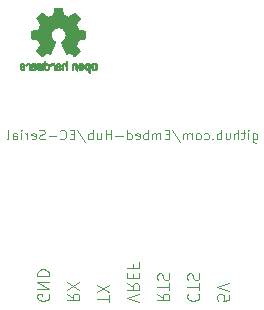
<source format=gbr>
%TF.GenerationSoftware,KiCad,Pcbnew,9.0.4*%
%TF.CreationDate,2025-09-03T14:58:50+05:30*%
%TF.ProjectId,usb-c serieal kicad,7573622d-6320-4736-9572-6965616c206b,rev?*%
%TF.SameCoordinates,Original*%
%TF.FileFunction,Legend,Bot*%
%TF.FilePolarity,Positive*%
%FSLAX46Y46*%
G04 Gerber Fmt 4.6, Leading zero omitted, Abs format (unit mm)*
G04 Created by KiCad (PCBNEW 9.0.4) date 2025-09-03 14:58:50*
%MOMM*%
%LPD*%
G01*
G04 APERTURE LIST*
%ADD10C,0.125000*%
%ADD11C,0.100000*%
%ADD12C,0.010000*%
G04 APERTURE END LIST*
D10*
X143603610Y-132012261D02*
X143603610Y-132659880D01*
X143603610Y-132659880D02*
X143641705Y-132736071D01*
X143641705Y-132736071D02*
X143679801Y-132774166D01*
X143679801Y-132774166D02*
X143755991Y-132812261D01*
X143755991Y-132812261D02*
X143870277Y-132812261D01*
X143870277Y-132812261D02*
X143946467Y-132774166D01*
X143603610Y-132507500D02*
X143679801Y-132545595D01*
X143679801Y-132545595D02*
X143832182Y-132545595D01*
X143832182Y-132545595D02*
X143908372Y-132507500D01*
X143908372Y-132507500D02*
X143946467Y-132469404D01*
X143946467Y-132469404D02*
X143984563Y-132393214D01*
X143984563Y-132393214D02*
X143984563Y-132164642D01*
X143984563Y-132164642D02*
X143946467Y-132088452D01*
X143946467Y-132088452D02*
X143908372Y-132050357D01*
X143908372Y-132050357D02*
X143832182Y-132012261D01*
X143832182Y-132012261D02*
X143679801Y-132012261D01*
X143679801Y-132012261D02*
X143603610Y-132050357D01*
X143222657Y-132545595D02*
X143222657Y-132012261D01*
X143222657Y-131745595D02*
X143260753Y-131783690D01*
X143260753Y-131783690D02*
X143222657Y-131821785D01*
X143222657Y-131821785D02*
X143184562Y-131783690D01*
X143184562Y-131783690D02*
X143222657Y-131745595D01*
X143222657Y-131745595D02*
X143222657Y-131821785D01*
X142955991Y-132012261D02*
X142651229Y-132012261D01*
X142841705Y-131745595D02*
X142841705Y-132431309D01*
X142841705Y-132431309D02*
X142803610Y-132507500D01*
X142803610Y-132507500D02*
X142727420Y-132545595D01*
X142727420Y-132545595D02*
X142651229Y-132545595D01*
X142384562Y-132545595D02*
X142384562Y-131745595D01*
X142041705Y-132545595D02*
X142041705Y-132126547D01*
X142041705Y-132126547D02*
X142079800Y-132050357D01*
X142079800Y-132050357D02*
X142155991Y-132012261D01*
X142155991Y-132012261D02*
X142270277Y-132012261D01*
X142270277Y-132012261D02*
X142346467Y-132050357D01*
X142346467Y-132050357D02*
X142384562Y-132088452D01*
X141317895Y-132012261D02*
X141317895Y-132545595D01*
X141660752Y-132012261D02*
X141660752Y-132431309D01*
X141660752Y-132431309D02*
X141622657Y-132507500D01*
X141622657Y-132507500D02*
X141546467Y-132545595D01*
X141546467Y-132545595D02*
X141432181Y-132545595D01*
X141432181Y-132545595D02*
X141355990Y-132507500D01*
X141355990Y-132507500D02*
X141317895Y-132469404D01*
X140936942Y-132545595D02*
X140936942Y-131745595D01*
X140936942Y-132050357D02*
X140860752Y-132012261D01*
X140860752Y-132012261D02*
X140708371Y-132012261D01*
X140708371Y-132012261D02*
X140632180Y-132050357D01*
X140632180Y-132050357D02*
X140594085Y-132088452D01*
X140594085Y-132088452D02*
X140555990Y-132164642D01*
X140555990Y-132164642D02*
X140555990Y-132393214D01*
X140555990Y-132393214D02*
X140594085Y-132469404D01*
X140594085Y-132469404D02*
X140632180Y-132507500D01*
X140632180Y-132507500D02*
X140708371Y-132545595D01*
X140708371Y-132545595D02*
X140860752Y-132545595D01*
X140860752Y-132545595D02*
X140936942Y-132507500D01*
X140213132Y-132469404D02*
X140175037Y-132507500D01*
X140175037Y-132507500D02*
X140213132Y-132545595D01*
X140213132Y-132545595D02*
X140251228Y-132507500D01*
X140251228Y-132507500D02*
X140213132Y-132469404D01*
X140213132Y-132469404D02*
X140213132Y-132545595D01*
X139489323Y-132507500D02*
X139565514Y-132545595D01*
X139565514Y-132545595D02*
X139717895Y-132545595D01*
X139717895Y-132545595D02*
X139794085Y-132507500D01*
X139794085Y-132507500D02*
X139832180Y-132469404D01*
X139832180Y-132469404D02*
X139870276Y-132393214D01*
X139870276Y-132393214D02*
X139870276Y-132164642D01*
X139870276Y-132164642D02*
X139832180Y-132088452D01*
X139832180Y-132088452D02*
X139794085Y-132050357D01*
X139794085Y-132050357D02*
X139717895Y-132012261D01*
X139717895Y-132012261D02*
X139565514Y-132012261D01*
X139565514Y-132012261D02*
X139489323Y-132050357D01*
X139032181Y-132545595D02*
X139108371Y-132507500D01*
X139108371Y-132507500D02*
X139146466Y-132469404D01*
X139146466Y-132469404D02*
X139184562Y-132393214D01*
X139184562Y-132393214D02*
X139184562Y-132164642D01*
X139184562Y-132164642D02*
X139146466Y-132088452D01*
X139146466Y-132088452D02*
X139108371Y-132050357D01*
X139108371Y-132050357D02*
X139032181Y-132012261D01*
X139032181Y-132012261D02*
X138917895Y-132012261D01*
X138917895Y-132012261D02*
X138841704Y-132050357D01*
X138841704Y-132050357D02*
X138803609Y-132088452D01*
X138803609Y-132088452D02*
X138765514Y-132164642D01*
X138765514Y-132164642D02*
X138765514Y-132393214D01*
X138765514Y-132393214D02*
X138803609Y-132469404D01*
X138803609Y-132469404D02*
X138841704Y-132507500D01*
X138841704Y-132507500D02*
X138917895Y-132545595D01*
X138917895Y-132545595D02*
X139032181Y-132545595D01*
X138422656Y-132545595D02*
X138422656Y-132012261D01*
X138422656Y-132088452D02*
X138384561Y-132050357D01*
X138384561Y-132050357D02*
X138308371Y-132012261D01*
X138308371Y-132012261D02*
X138194085Y-132012261D01*
X138194085Y-132012261D02*
X138117894Y-132050357D01*
X138117894Y-132050357D02*
X138079799Y-132126547D01*
X138079799Y-132126547D02*
X138079799Y-132545595D01*
X138079799Y-132126547D02*
X138041704Y-132050357D01*
X138041704Y-132050357D02*
X137965513Y-132012261D01*
X137965513Y-132012261D02*
X137851228Y-132012261D01*
X137851228Y-132012261D02*
X137775037Y-132050357D01*
X137775037Y-132050357D02*
X137736942Y-132126547D01*
X137736942Y-132126547D02*
X137736942Y-132545595D01*
X136784561Y-131707500D02*
X137470275Y-132736071D01*
X136517894Y-132126547D02*
X136251228Y-132126547D01*
X136136942Y-132545595D02*
X136517894Y-132545595D01*
X136517894Y-132545595D02*
X136517894Y-131745595D01*
X136517894Y-131745595D02*
X136136942Y-131745595D01*
X135794084Y-132545595D02*
X135794084Y-132012261D01*
X135794084Y-132088452D02*
X135755989Y-132050357D01*
X135755989Y-132050357D02*
X135679799Y-132012261D01*
X135679799Y-132012261D02*
X135565513Y-132012261D01*
X135565513Y-132012261D02*
X135489322Y-132050357D01*
X135489322Y-132050357D02*
X135451227Y-132126547D01*
X135451227Y-132126547D02*
X135451227Y-132545595D01*
X135451227Y-132126547D02*
X135413132Y-132050357D01*
X135413132Y-132050357D02*
X135336941Y-132012261D01*
X135336941Y-132012261D02*
X135222656Y-132012261D01*
X135222656Y-132012261D02*
X135146465Y-132050357D01*
X135146465Y-132050357D02*
X135108370Y-132126547D01*
X135108370Y-132126547D02*
X135108370Y-132545595D01*
X134727417Y-132545595D02*
X134727417Y-131745595D01*
X134727417Y-132050357D02*
X134651227Y-132012261D01*
X134651227Y-132012261D02*
X134498846Y-132012261D01*
X134498846Y-132012261D02*
X134422655Y-132050357D01*
X134422655Y-132050357D02*
X134384560Y-132088452D01*
X134384560Y-132088452D02*
X134346465Y-132164642D01*
X134346465Y-132164642D02*
X134346465Y-132393214D01*
X134346465Y-132393214D02*
X134384560Y-132469404D01*
X134384560Y-132469404D02*
X134422655Y-132507500D01*
X134422655Y-132507500D02*
X134498846Y-132545595D01*
X134498846Y-132545595D02*
X134651227Y-132545595D01*
X134651227Y-132545595D02*
X134727417Y-132507500D01*
X133698845Y-132507500D02*
X133775036Y-132545595D01*
X133775036Y-132545595D02*
X133927417Y-132545595D01*
X133927417Y-132545595D02*
X134003607Y-132507500D01*
X134003607Y-132507500D02*
X134041703Y-132431309D01*
X134041703Y-132431309D02*
X134041703Y-132126547D01*
X134041703Y-132126547D02*
X134003607Y-132050357D01*
X134003607Y-132050357D02*
X133927417Y-132012261D01*
X133927417Y-132012261D02*
X133775036Y-132012261D01*
X133775036Y-132012261D02*
X133698845Y-132050357D01*
X133698845Y-132050357D02*
X133660750Y-132126547D01*
X133660750Y-132126547D02*
X133660750Y-132202738D01*
X133660750Y-132202738D02*
X134041703Y-132278928D01*
X132975036Y-132545595D02*
X132975036Y-131745595D01*
X132975036Y-132507500D02*
X133051227Y-132545595D01*
X133051227Y-132545595D02*
X133203608Y-132545595D01*
X133203608Y-132545595D02*
X133279798Y-132507500D01*
X133279798Y-132507500D02*
X133317893Y-132469404D01*
X133317893Y-132469404D02*
X133355989Y-132393214D01*
X133355989Y-132393214D02*
X133355989Y-132164642D01*
X133355989Y-132164642D02*
X133317893Y-132088452D01*
X133317893Y-132088452D02*
X133279798Y-132050357D01*
X133279798Y-132050357D02*
X133203608Y-132012261D01*
X133203608Y-132012261D02*
X133051227Y-132012261D01*
X133051227Y-132012261D02*
X132975036Y-132050357D01*
X132594083Y-132240833D02*
X131984560Y-132240833D01*
X131603607Y-132545595D02*
X131603607Y-131745595D01*
X131603607Y-132126547D02*
X131146464Y-132126547D01*
X131146464Y-132545595D02*
X131146464Y-131745595D01*
X130422655Y-132012261D02*
X130422655Y-132545595D01*
X130765512Y-132012261D02*
X130765512Y-132431309D01*
X130765512Y-132431309D02*
X130727417Y-132507500D01*
X130727417Y-132507500D02*
X130651227Y-132545595D01*
X130651227Y-132545595D02*
X130536941Y-132545595D01*
X130536941Y-132545595D02*
X130460750Y-132507500D01*
X130460750Y-132507500D02*
X130422655Y-132469404D01*
X130041702Y-132545595D02*
X130041702Y-131745595D01*
X130041702Y-132050357D02*
X129965512Y-132012261D01*
X129965512Y-132012261D02*
X129813131Y-132012261D01*
X129813131Y-132012261D02*
X129736940Y-132050357D01*
X129736940Y-132050357D02*
X129698845Y-132088452D01*
X129698845Y-132088452D02*
X129660750Y-132164642D01*
X129660750Y-132164642D02*
X129660750Y-132393214D01*
X129660750Y-132393214D02*
X129698845Y-132469404D01*
X129698845Y-132469404D02*
X129736940Y-132507500D01*
X129736940Y-132507500D02*
X129813131Y-132545595D01*
X129813131Y-132545595D02*
X129965512Y-132545595D01*
X129965512Y-132545595D02*
X130041702Y-132507500D01*
X128746464Y-131707500D02*
X129432178Y-132736071D01*
X128479797Y-132126547D02*
X128213131Y-132126547D01*
X128098845Y-132545595D02*
X128479797Y-132545595D01*
X128479797Y-132545595D02*
X128479797Y-131745595D01*
X128479797Y-131745595D02*
X128098845Y-131745595D01*
X127298844Y-132469404D02*
X127336940Y-132507500D01*
X127336940Y-132507500D02*
X127451225Y-132545595D01*
X127451225Y-132545595D02*
X127527416Y-132545595D01*
X127527416Y-132545595D02*
X127641702Y-132507500D01*
X127641702Y-132507500D02*
X127717892Y-132431309D01*
X127717892Y-132431309D02*
X127755987Y-132355119D01*
X127755987Y-132355119D02*
X127794083Y-132202738D01*
X127794083Y-132202738D02*
X127794083Y-132088452D01*
X127794083Y-132088452D02*
X127755987Y-131936071D01*
X127755987Y-131936071D02*
X127717892Y-131859880D01*
X127717892Y-131859880D02*
X127641702Y-131783690D01*
X127641702Y-131783690D02*
X127527416Y-131745595D01*
X127527416Y-131745595D02*
X127451225Y-131745595D01*
X127451225Y-131745595D02*
X127336940Y-131783690D01*
X127336940Y-131783690D02*
X127298844Y-131821785D01*
X126955987Y-132240833D02*
X126346464Y-132240833D01*
X126003607Y-132507500D02*
X125889321Y-132545595D01*
X125889321Y-132545595D02*
X125698845Y-132545595D01*
X125698845Y-132545595D02*
X125622654Y-132507500D01*
X125622654Y-132507500D02*
X125584559Y-132469404D01*
X125584559Y-132469404D02*
X125546464Y-132393214D01*
X125546464Y-132393214D02*
X125546464Y-132317023D01*
X125546464Y-132317023D02*
X125584559Y-132240833D01*
X125584559Y-132240833D02*
X125622654Y-132202738D01*
X125622654Y-132202738D02*
X125698845Y-132164642D01*
X125698845Y-132164642D02*
X125851226Y-132126547D01*
X125851226Y-132126547D02*
X125927416Y-132088452D01*
X125927416Y-132088452D02*
X125965511Y-132050357D01*
X125965511Y-132050357D02*
X126003607Y-131974166D01*
X126003607Y-131974166D02*
X126003607Y-131897976D01*
X126003607Y-131897976D02*
X125965511Y-131821785D01*
X125965511Y-131821785D02*
X125927416Y-131783690D01*
X125927416Y-131783690D02*
X125851226Y-131745595D01*
X125851226Y-131745595D02*
X125660749Y-131745595D01*
X125660749Y-131745595D02*
X125546464Y-131783690D01*
X124898844Y-132507500D02*
X124975035Y-132545595D01*
X124975035Y-132545595D02*
X125127416Y-132545595D01*
X125127416Y-132545595D02*
X125203606Y-132507500D01*
X125203606Y-132507500D02*
X125241702Y-132431309D01*
X125241702Y-132431309D02*
X125241702Y-132126547D01*
X125241702Y-132126547D02*
X125203606Y-132050357D01*
X125203606Y-132050357D02*
X125127416Y-132012261D01*
X125127416Y-132012261D02*
X124975035Y-132012261D01*
X124975035Y-132012261D02*
X124898844Y-132050357D01*
X124898844Y-132050357D02*
X124860749Y-132126547D01*
X124860749Y-132126547D02*
X124860749Y-132202738D01*
X124860749Y-132202738D02*
X125241702Y-132278928D01*
X124517892Y-132545595D02*
X124517892Y-132012261D01*
X124517892Y-132164642D02*
X124479797Y-132088452D01*
X124479797Y-132088452D02*
X124441702Y-132050357D01*
X124441702Y-132050357D02*
X124365511Y-132012261D01*
X124365511Y-132012261D02*
X124289321Y-132012261D01*
X124022654Y-132545595D02*
X124022654Y-132012261D01*
X124022654Y-131745595D02*
X124060750Y-131783690D01*
X124060750Y-131783690D02*
X124022654Y-131821785D01*
X124022654Y-131821785D02*
X123984559Y-131783690D01*
X123984559Y-131783690D02*
X124022654Y-131745595D01*
X124022654Y-131745595D02*
X124022654Y-131821785D01*
X123298845Y-132545595D02*
X123298845Y-132126547D01*
X123298845Y-132126547D02*
X123336940Y-132050357D01*
X123336940Y-132050357D02*
X123413131Y-132012261D01*
X123413131Y-132012261D02*
X123565512Y-132012261D01*
X123565512Y-132012261D02*
X123641702Y-132050357D01*
X123298845Y-132507500D02*
X123375036Y-132545595D01*
X123375036Y-132545595D02*
X123565512Y-132545595D01*
X123565512Y-132545595D02*
X123641702Y-132507500D01*
X123641702Y-132507500D02*
X123679798Y-132431309D01*
X123679798Y-132431309D02*
X123679798Y-132355119D01*
X123679798Y-132355119D02*
X123641702Y-132278928D01*
X123641702Y-132278928D02*
X123565512Y-132240833D01*
X123565512Y-132240833D02*
X123375036Y-132240833D01*
X123375036Y-132240833D02*
X123298845Y-132202738D01*
X122803607Y-132545595D02*
X122879797Y-132507500D01*
X122879797Y-132507500D02*
X122917892Y-132431309D01*
X122917892Y-132431309D02*
X122917892Y-131745595D01*
D11*
X131446952Y-146310659D02*
X131446952Y-145739231D01*
X130446952Y-146024945D02*
X131446952Y-146024945D01*
X131446952Y-145501135D02*
X130446952Y-144834469D01*
X131446952Y-144834469D02*
X130446952Y-145501135D01*
X127906952Y-145596374D02*
X128383143Y-145929707D01*
X127906952Y-146167802D02*
X128906952Y-146167802D01*
X128906952Y-146167802D02*
X128906952Y-145786850D01*
X128906952Y-145786850D02*
X128859333Y-145691612D01*
X128859333Y-145691612D02*
X128811714Y-145643993D01*
X128811714Y-145643993D02*
X128716476Y-145596374D01*
X128716476Y-145596374D02*
X128573619Y-145596374D01*
X128573619Y-145596374D02*
X128478381Y-145643993D01*
X128478381Y-145643993D02*
X128430762Y-145691612D01*
X128430762Y-145691612D02*
X128383143Y-145786850D01*
X128383143Y-145786850D02*
X128383143Y-146167802D01*
X128906952Y-145263040D02*
X127906952Y-144596374D01*
X128906952Y-144596374D02*
X127906952Y-145263040D01*
X138162191Y-145596374D02*
X138114572Y-145643993D01*
X138114572Y-145643993D02*
X138066952Y-145786850D01*
X138066952Y-145786850D02*
X138066952Y-145882088D01*
X138066952Y-145882088D02*
X138114572Y-146024945D01*
X138114572Y-146024945D02*
X138209810Y-146120183D01*
X138209810Y-146120183D02*
X138305048Y-146167802D01*
X138305048Y-146167802D02*
X138495524Y-146215421D01*
X138495524Y-146215421D02*
X138638381Y-146215421D01*
X138638381Y-146215421D02*
X138828857Y-146167802D01*
X138828857Y-146167802D02*
X138924095Y-146120183D01*
X138924095Y-146120183D02*
X139019333Y-146024945D01*
X139019333Y-146024945D02*
X139066952Y-145882088D01*
X139066952Y-145882088D02*
X139066952Y-145786850D01*
X139066952Y-145786850D02*
X139019333Y-145643993D01*
X139019333Y-145643993D02*
X138971714Y-145596374D01*
X139066952Y-145310659D02*
X139066952Y-144739231D01*
X138066952Y-145024945D02*
X139066952Y-145024945D01*
X138114572Y-144453516D02*
X138066952Y-144310659D01*
X138066952Y-144310659D02*
X138066952Y-144072564D01*
X138066952Y-144072564D02*
X138114572Y-143977326D01*
X138114572Y-143977326D02*
X138162191Y-143929707D01*
X138162191Y-143929707D02*
X138257429Y-143882088D01*
X138257429Y-143882088D02*
X138352667Y-143882088D01*
X138352667Y-143882088D02*
X138447905Y-143929707D01*
X138447905Y-143929707D02*
X138495524Y-143977326D01*
X138495524Y-143977326D02*
X138543143Y-144072564D01*
X138543143Y-144072564D02*
X138590762Y-144263040D01*
X138590762Y-144263040D02*
X138638381Y-144358278D01*
X138638381Y-144358278D02*
X138686000Y-144405897D01*
X138686000Y-144405897D02*
X138781238Y-144453516D01*
X138781238Y-144453516D02*
X138876476Y-144453516D01*
X138876476Y-144453516D02*
X138971714Y-144405897D01*
X138971714Y-144405897D02*
X139019333Y-144358278D01*
X139019333Y-144358278D02*
X139066952Y-144263040D01*
X139066952Y-144263040D02*
X139066952Y-144024945D01*
X139066952Y-144024945D02*
X139019333Y-143882088D01*
D10*
X141577127Y-145675165D02*
X141577127Y-146151355D01*
X141577127Y-146151355D02*
X141100937Y-146198974D01*
X141100937Y-146198974D02*
X141148556Y-146151355D01*
X141148556Y-146151355D02*
X141196175Y-146056117D01*
X141196175Y-146056117D02*
X141196175Y-145818022D01*
X141196175Y-145818022D02*
X141148556Y-145722784D01*
X141148556Y-145722784D02*
X141100937Y-145675165D01*
X141100937Y-145675165D02*
X141005699Y-145627546D01*
X141005699Y-145627546D02*
X140767604Y-145627546D01*
X140767604Y-145627546D02*
X140672366Y-145675165D01*
X140672366Y-145675165D02*
X140624747Y-145722784D01*
X140624747Y-145722784D02*
X140577127Y-145818022D01*
X140577127Y-145818022D02*
X140577127Y-146056117D01*
X140577127Y-146056117D02*
X140624747Y-146151355D01*
X140624747Y-146151355D02*
X140672366Y-146198974D01*
X141577127Y-145341831D02*
X140577127Y-145008498D01*
X140577127Y-145008498D02*
X141577127Y-144675165D01*
D11*
X126319333Y-145643993D02*
X126366952Y-145739231D01*
X126366952Y-145739231D02*
X126366952Y-145882088D01*
X126366952Y-145882088D02*
X126319333Y-146024945D01*
X126319333Y-146024945D02*
X126224095Y-146120183D01*
X126224095Y-146120183D02*
X126128857Y-146167802D01*
X126128857Y-146167802D02*
X125938381Y-146215421D01*
X125938381Y-146215421D02*
X125795524Y-146215421D01*
X125795524Y-146215421D02*
X125605048Y-146167802D01*
X125605048Y-146167802D02*
X125509810Y-146120183D01*
X125509810Y-146120183D02*
X125414572Y-146024945D01*
X125414572Y-146024945D02*
X125366952Y-145882088D01*
X125366952Y-145882088D02*
X125366952Y-145786850D01*
X125366952Y-145786850D02*
X125414572Y-145643993D01*
X125414572Y-145643993D02*
X125462191Y-145596374D01*
X125462191Y-145596374D02*
X125795524Y-145596374D01*
X125795524Y-145596374D02*
X125795524Y-145786850D01*
X125366952Y-145167802D02*
X126366952Y-145167802D01*
X126366952Y-145167802D02*
X125366952Y-144596374D01*
X125366952Y-144596374D02*
X126366952Y-144596374D01*
X125366952Y-144120183D02*
X126366952Y-144120183D01*
X126366952Y-144120183D02*
X126366952Y-143882088D01*
X126366952Y-143882088D02*
X126319333Y-143739231D01*
X126319333Y-143739231D02*
X126224095Y-143643993D01*
X126224095Y-143643993D02*
X126128857Y-143596374D01*
X126128857Y-143596374D02*
X125938381Y-143548755D01*
X125938381Y-143548755D02*
X125795524Y-143548755D01*
X125795524Y-143548755D02*
X125605048Y-143596374D01*
X125605048Y-143596374D02*
X125509810Y-143643993D01*
X125509810Y-143643993D02*
X125414572Y-143739231D01*
X125414572Y-143739231D02*
X125366952Y-143882088D01*
X125366952Y-143882088D02*
X125366952Y-144120183D01*
X133986952Y-146310659D02*
X132986952Y-145977326D01*
X132986952Y-145977326D02*
X133986952Y-145643993D01*
X132986952Y-144739231D02*
X133463143Y-145072564D01*
X132986952Y-145310659D02*
X133986952Y-145310659D01*
X133986952Y-145310659D02*
X133986952Y-144929707D01*
X133986952Y-144929707D02*
X133939333Y-144834469D01*
X133939333Y-144834469D02*
X133891714Y-144786850D01*
X133891714Y-144786850D02*
X133796476Y-144739231D01*
X133796476Y-144739231D02*
X133653619Y-144739231D01*
X133653619Y-144739231D02*
X133558381Y-144786850D01*
X133558381Y-144786850D02*
X133510762Y-144834469D01*
X133510762Y-144834469D02*
X133463143Y-144929707D01*
X133463143Y-144929707D02*
X133463143Y-145310659D01*
X133510762Y-144310659D02*
X133510762Y-143977326D01*
X132986952Y-143834469D02*
X132986952Y-144310659D01*
X132986952Y-144310659D02*
X133986952Y-144310659D01*
X133986952Y-144310659D02*
X133986952Y-143834469D01*
X133510762Y-143072564D02*
X133510762Y-143405897D01*
X132986952Y-143405897D02*
X133986952Y-143405897D01*
X133986952Y-143405897D02*
X133986952Y-142929707D01*
X135526952Y-145596374D02*
X136003143Y-145929707D01*
X135526952Y-146167802D02*
X136526952Y-146167802D01*
X136526952Y-146167802D02*
X136526952Y-145786850D01*
X136526952Y-145786850D02*
X136479333Y-145691612D01*
X136479333Y-145691612D02*
X136431714Y-145643993D01*
X136431714Y-145643993D02*
X136336476Y-145596374D01*
X136336476Y-145596374D02*
X136193619Y-145596374D01*
X136193619Y-145596374D02*
X136098381Y-145643993D01*
X136098381Y-145643993D02*
X136050762Y-145691612D01*
X136050762Y-145691612D02*
X136003143Y-145786850D01*
X136003143Y-145786850D02*
X136003143Y-146167802D01*
X136526952Y-145310659D02*
X136526952Y-144739231D01*
X135526952Y-145024945D02*
X136526952Y-145024945D01*
X135574572Y-144453516D02*
X135526952Y-144310659D01*
X135526952Y-144310659D02*
X135526952Y-144072564D01*
X135526952Y-144072564D02*
X135574572Y-143977326D01*
X135574572Y-143977326D02*
X135622191Y-143929707D01*
X135622191Y-143929707D02*
X135717429Y-143882088D01*
X135717429Y-143882088D02*
X135812667Y-143882088D01*
X135812667Y-143882088D02*
X135907905Y-143929707D01*
X135907905Y-143929707D02*
X135955524Y-143977326D01*
X135955524Y-143977326D02*
X136003143Y-144072564D01*
X136003143Y-144072564D02*
X136050762Y-144263040D01*
X136050762Y-144263040D02*
X136098381Y-144358278D01*
X136098381Y-144358278D02*
X136146000Y-144405897D01*
X136146000Y-144405897D02*
X136241238Y-144453516D01*
X136241238Y-144453516D02*
X136336476Y-144453516D01*
X136336476Y-144453516D02*
X136431714Y-144405897D01*
X136431714Y-144405897D02*
X136479333Y-144358278D01*
X136479333Y-144358278D02*
X136526952Y-144263040D01*
X136526952Y-144263040D02*
X136526952Y-144024945D01*
X136526952Y-144024945D02*
X136479333Y-143882088D01*
D12*
%TO.C,REF\u002A\u002A*%
X124612829Y-126091097D02*
X124672753Y-126113355D01*
X124697673Y-126130080D01*
X124722910Y-126154043D01*
X124740912Y-126184526D01*
X124752858Y-126226023D01*
X124759930Y-126283032D01*
X124763308Y-126360047D01*
X124764171Y-126461565D01*
X124764002Y-126514027D01*
X124763153Y-126585715D01*
X124761711Y-126642925D01*
X124759814Y-126680809D01*
X124757597Y-126694514D01*
X124743172Y-126689981D01*
X124714054Y-126677670D01*
X124713181Y-126677272D01*
X124698060Y-126669356D01*
X124687891Y-126658495D01*
X124681691Y-126639471D01*
X124678478Y-126607069D01*
X124677270Y-126556071D01*
X124677086Y-126481261D01*
X124676714Y-126433804D01*
X124672750Y-126344615D01*
X124663673Y-126279287D01*
X124648524Y-126234393D01*
X124626345Y-126206507D01*
X124596175Y-126192203D01*
X124591990Y-126191206D01*
X124535480Y-126190427D01*
X124491410Y-126215744D01*
X124460972Y-126266502D01*
X124455544Y-126281175D01*
X124443171Y-126313649D01*
X124436905Y-126328572D01*
X124424036Y-126326516D01*
X124395933Y-126315357D01*
X124369721Y-126296927D01*
X124357771Y-126262098D01*
X124361336Y-126237151D01*
X124383235Y-126186547D01*
X124418644Y-126139128D01*
X124460052Y-126106334D01*
X124477400Y-126098752D01*
X124543089Y-126086076D01*
X124612829Y-126091097D01*
G36*
X124612829Y-126091097D02*
G01*
X124672753Y-126113355D01*
X124697673Y-126130080D01*
X124722910Y-126154043D01*
X124740912Y-126184526D01*
X124752858Y-126226023D01*
X124759930Y-126283032D01*
X124763308Y-126360047D01*
X124764171Y-126461565D01*
X124764002Y-126514027D01*
X124763153Y-126585715D01*
X124761711Y-126642925D01*
X124759814Y-126680809D01*
X124757597Y-126694514D01*
X124743172Y-126689981D01*
X124714054Y-126677670D01*
X124713181Y-126677272D01*
X124698060Y-126669356D01*
X124687891Y-126658495D01*
X124681691Y-126639471D01*
X124678478Y-126607069D01*
X124677270Y-126556071D01*
X124677086Y-126481261D01*
X124676714Y-126433804D01*
X124672750Y-126344615D01*
X124663673Y-126279287D01*
X124648524Y-126234393D01*
X124626345Y-126206507D01*
X124596175Y-126192203D01*
X124591990Y-126191206D01*
X124535480Y-126190427D01*
X124491410Y-126215744D01*
X124460972Y-126266502D01*
X124455544Y-126281175D01*
X124443171Y-126313649D01*
X124436905Y-126328572D01*
X124424036Y-126326516D01*
X124395933Y-126315357D01*
X124369721Y-126296927D01*
X124357771Y-126262098D01*
X124361336Y-126237151D01*
X124383235Y-126186547D01*
X124418644Y-126139128D01*
X124460052Y-126106334D01*
X124477400Y-126098752D01*
X124543089Y-126086076D01*
X124612829Y-126091097D01*
G37*
X128561020Y-126057822D02*
X128628810Y-126089680D01*
X128684366Y-126144770D01*
X128695881Y-126162016D01*
X128705432Y-126181562D01*
X128712206Y-126206198D01*
X128716819Y-126240711D01*
X128719888Y-126289889D01*
X128722029Y-126358519D01*
X128723859Y-126451389D01*
X128728404Y-126709007D01*
X128690225Y-126694491D01*
X128655268Y-126681156D01*
X128629097Y-126668323D01*
X128612013Y-126651780D01*
X128602086Y-126626465D01*
X128597386Y-126587316D01*
X128595982Y-126529268D01*
X128595943Y-126447261D01*
X128595744Y-126381895D01*
X128594559Y-126319173D01*
X128591729Y-126276334D01*
X128586609Y-126248220D01*
X128578553Y-126229675D01*
X128566914Y-126215543D01*
X128538303Y-126195600D01*
X128490239Y-126188083D01*
X128442688Y-126207079D01*
X128439550Y-126209511D01*
X128429769Y-126220748D01*
X128422553Y-126238770D01*
X128417299Y-126268026D01*
X128413402Y-126312962D01*
X128410256Y-126378028D01*
X128407257Y-126467670D01*
X128400000Y-126707697D01*
X128338314Y-126680044D01*
X128276629Y-126652391D01*
X128276629Y-126433246D01*
X128276884Y-126373711D01*
X128279086Y-126290892D01*
X128284661Y-126229227D01*
X128294941Y-126183748D01*
X128311258Y-126149484D01*
X128334943Y-126121466D01*
X128367328Y-126094723D01*
X128413907Y-126067780D01*
X128487287Y-126050191D01*
X128561020Y-126057822D01*
G36*
X128561020Y-126057822D02*
G01*
X128628810Y-126089680D01*
X128684366Y-126144770D01*
X128695881Y-126162016D01*
X128705432Y-126181562D01*
X128712206Y-126206198D01*
X128716819Y-126240711D01*
X128719888Y-126289889D01*
X128722029Y-126358519D01*
X128723859Y-126451389D01*
X128728404Y-126709007D01*
X128690225Y-126694491D01*
X128655268Y-126681156D01*
X128629097Y-126668323D01*
X128612013Y-126651780D01*
X128602086Y-126626465D01*
X128597386Y-126587316D01*
X128595982Y-126529268D01*
X128595943Y-126447261D01*
X128595744Y-126381895D01*
X128594559Y-126319173D01*
X128591729Y-126276334D01*
X128586609Y-126248220D01*
X128578553Y-126229675D01*
X128566914Y-126215543D01*
X128538303Y-126195600D01*
X128490239Y-126188083D01*
X128442688Y-126207079D01*
X128439550Y-126209511D01*
X128429769Y-126220748D01*
X128422553Y-126238770D01*
X128417299Y-126268026D01*
X128413402Y-126312962D01*
X128410256Y-126378028D01*
X128407257Y-126467670D01*
X128400000Y-126707697D01*
X128338314Y-126680044D01*
X128276629Y-126652391D01*
X128276629Y-126433246D01*
X128276884Y-126373711D01*
X128279086Y-126290892D01*
X128284661Y-126229227D01*
X128294941Y-126183748D01*
X128311258Y-126149484D01*
X128334943Y-126121466D01*
X128367328Y-126094723D01*
X128413907Y-126067780D01*
X128487287Y-126050191D01*
X128561020Y-126057822D01*
G37*
X126737691Y-126106467D02*
X126742273Y-126109003D01*
X126779704Y-126138057D01*
X126813170Y-126175410D01*
X126819007Y-126183852D01*
X126830165Y-126203553D01*
X126838136Y-126226935D01*
X126843618Y-126259067D01*
X126847307Y-126305019D01*
X126849899Y-126369859D01*
X126852092Y-126458657D01*
X126852402Y-126473669D01*
X126853400Y-126570999D01*
X126851994Y-126639934D01*
X126848164Y-126680948D01*
X126841889Y-126694514D01*
X126822898Y-126690452D01*
X126790638Y-126678144D01*
X126783041Y-126674545D01*
X126771176Y-126666398D01*
X126762994Y-126653004D01*
X126757643Y-126629608D01*
X126754269Y-126591455D01*
X126752019Y-126533790D01*
X126750040Y-126451857D01*
X126749498Y-126427907D01*
X126747403Y-126352266D01*
X126744683Y-126299328D01*
X126740515Y-126264075D01*
X126734079Y-126241487D01*
X126724550Y-126226544D01*
X126711106Y-126214227D01*
X126671305Y-126192634D01*
X126622341Y-126188476D01*
X126578529Y-126204999D01*
X126547008Y-126239210D01*
X126534914Y-126288114D01*
X126534578Y-126301407D01*
X126527972Y-126325472D01*
X126508470Y-126329144D01*
X126470283Y-126314813D01*
X126461438Y-126310217D01*
X126437534Y-126283186D01*
X126437061Y-126242994D01*
X126459836Y-126187409D01*
X126480727Y-126157117D01*
X126534142Y-126114084D01*
X126600074Y-126089755D01*
X126670574Y-126086443D01*
X126737691Y-126106467D01*
G36*
X126737691Y-126106467D02*
G01*
X126742273Y-126109003D01*
X126779704Y-126138057D01*
X126813170Y-126175410D01*
X126819007Y-126183852D01*
X126830165Y-126203553D01*
X126838136Y-126226935D01*
X126843618Y-126259067D01*
X126847307Y-126305019D01*
X126849899Y-126369859D01*
X126852092Y-126458657D01*
X126852402Y-126473669D01*
X126853400Y-126570999D01*
X126851994Y-126639934D01*
X126848164Y-126680948D01*
X126841889Y-126694514D01*
X126822898Y-126690452D01*
X126790638Y-126678144D01*
X126783041Y-126674545D01*
X126771176Y-126666398D01*
X126762994Y-126653004D01*
X126757643Y-126629608D01*
X126754269Y-126591455D01*
X126752019Y-126533790D01*
X126750040Y-126451857D01*
X126749498Y-126427907D01*
X126747403Y-126352266D01*
X126744683Y-126299328D01*
X126740515Y-126264075D01*
X126734079Y-126241487D01*
X126724550Y-126226544D01*
X126711106Y-126214227D01*
X126671305Y-126192634D01*
X126622341Y-126188476D01*
X126578529Y-126204999D01*
X126547008Y-126239210D01*
X126534914Y-126288114D01*
X126534578Y-126301407D01*
X126527972Y-126325472D01*
X126508470Y-126329144D01*
X126470283Y-126314813D01*
X126461438Y-126310217D01*
X126437534Y-126283186D01*
X126437061Y-126242994D01*
X126459836Y-126187409D01*
X126480727Y-126157117D01*
X126534142Y-126114084D01*
X126600074Y-126089755D01*
X126670574Y-126086443D01*
X126737691Y-126106467D01*
G37*
X125783941Y-126089282D02*
X125815774Y-126101758D01*
X125852743Y-126118602D01*
X125852743Y-126605196D01*
X125806812Y-126651127D01*
X125796320Y-126661427D01*
X125767255Y-126684320D01*
X125737943Y-126691735D01*
X125694326Y-126688321D01*
X125676568Y-126686114D01*
X125630767Y-126681445D01*
X125598743Y-126679585D01*
X125589244Y-126679869D01*
X125550274Y-126682948D01*
X125503160Y-126688321D01*
X125488085Y-126690168D01*
X125450110Y-126690893D01*
X125422325Y-126679429D01*
X125390674Y-126651127D01*
X125344743Y-126605196D01*
X125344743Y-126345055D01*
X125345101Y-126268180D01*
X125346216Y-126194886D01*
X125347952Y-126136850D01*
X125350167Y-126098663D01*
X125352721Y-126084914D01*
X125353256Y-126084951D01*
X125371808Y-126091793D01*
X125403153Y-126106868D01*
X125445608Y-126128822D01*
X125449604Y-126357240D01*
X125453600Y-126585657D01*
X125540686Y-126585657D01*
X125544657Y-126335286D01*
X125545916Y-126267227D01*
X125547718Y-126194482D01*
X125549671Y-126136730D01*
X125551612Y-126098648D01*
X125553377Y-126084914D01*
X125553885Y-126084962D01*
X125571482Y-126090015D01*
X125603834Y-126100849D01*
X125649543Y-126116783D01*
X125649765Y-126336706D01*
X125649988Y-126374909D01*
X125651531Y-126449146D01*
X125654292Y-126511145D01*
X125657977Y-126555308D01*
X125662292Y-126576041D01*
X125677732Y-126587131D01*
X125709241Y-126590556D01*
X125743886Y-126585657D01*
X125747857Y-126335286D01*
X125749278Y-126271663D01*
X125752225Y-126196356D01*
X125756079Y-126137286D01*
X125760542Y-126098718D01*
X125765317Y-126084914D01*
X125783941Y-126089282D01*
G36*
X125783941Y-126089282D02*
G01*
X125815774Y-126101758D01*
X125852743Y-126118602D01*
X125852743Y-126605196D01*
X125806812Y-126651127D01*
X125796320Y-126661427D01*
X125767255Y-126684320D01*
X125737943Y-126691735D01*
X125694326Y-126688321D01*
X125676568Y-126686114D01*
X125630767Y-126681445D01*
X125598743Y-126679585D01*
X125589244Y-126679869D01*
X125550274Y-126682948D01*
X125503160Y-126688321D01*
X125488085Y-126690168D01*
X125450110Y-126690893D01*
X125422325Y-126679429D01*
X125390674Y-126651127D01*
X125344743Y-126605196D01*
X125344743Y-126345055D01*
X125345101Y-126268180D01*
X125346216Y-126194886D01*
X125347952Y-126136850D01*
X125350167Y-126098663D01*
X125352721Y-126084914D01*
X125353256Y-126084951D01*
X125371808Y-126091793D01*
X125403153Y-126106868D01*
X125445608Y-126128822D01*
X125449604Y-126357240D01*
X125453600Y-126585657D01*
X125540686Y-126585657D01*
X125544657Y-126335286D01*
X125545916Y-126267227D01*
X125547718Y-126194482D01*
X125549671Y-126136730D01*
X125551612Y-126098648D01*
X125553377Y-126084914D01*
X125553885Y-126084962D01*
X125571482Y-126090015D01*
X125603834Y-126100849D01*
X125649543Y-126116783D01*
X125649765Y-126336706D01*
X125649988Y-126374909D01*
X125651531Y-126449146D01*
X125654292Y-126511145D01*
X125657977Y-126555308D01*
X125662292Y-126576041D01*
X125677732Y-126587131D01*
X125709241Y-126590556D01*
X125743886Y-126585657D01*
X125747857Y-126335286D01*
X125749278Y-126271663D01*
X125752225Y-126196356D01*
X125756079Y-126137286D01*
X125760542Y-126098718D01*
X125765317Y-126084914D01*
X125783941Y-126089282D01*
G37*
X127808543Y-125889444D02*
X127855714Y-125909342D01*
X127855714Y-126306509D01*
X127855519Y-126409498D01*
X127854998Y-126502141D01*
X127854199Y-126580700D01*
X127853172Y-126641439D01*
X127851963Y-126680623D01*
X127850623Y-126694514D01*
X127850099Y-126694468D01*
X127832287Y-126689420D01*
X127799823Y-126678580D01*
X127754114Y-126662646D01*
X127754114Y-126458173D01*
X127753824Y-126377832D01*
X127752474Y-126319562D01*
X127749369Y-126279909D01*
X127743812Y-126253618D01*
X127735107Y-126235436D01*
X127722556Y-126220107D01*
X127713999Y-126211955D01*
X127667728Y-126189375D01*
X127616728Y-126191375D01*
X127569993Y-126218073D01*
X127563189Y-126224698D01*
X127552293Y-126238456D01*
X127544836Y-126256642D01*
X127540169Y-126284177D01*
X127537642Y-126325981D01*
X127536602Y-126386973D01*
X127536400Y-126472073D01*
X127536303Y-126515234D01*
X127535674Y-126586224D01*
X127534556Y-126643076D01*
X127533063Y-126680828D01*
X127531309Y-126694514D01*
X127530785Y-126694468D01*
X127512973Y-126689420D01*
X127480509Y-126678580D01*
X127434800Y-126662646D01*
X127434823Y-126457237D01*
X127434857Y-126438951D01*
X127436778Y-126343626D01*
X127442678Y-126271543D01*
X127454001Y-126217813D01*
X127472187Y-126177549D01*
X127498679Y-126145861D01*
X127534918Y-126117861D01*
X127570263Y-126100333D01*
X127626773Y-126086785D01*
X127682356Y-126086015D01*
X127725086Y-126099195D01*
X127728298Y-126101015D01*
X127738205Y-126100820D01*
X127744975Y-126085572D01*
X127749861Y-126050613D01*
X127754114Y-125991289D01*
X127761371Y-125869547D01*
X127808543Y-125889444D01*
G36*
X127808543Y-125889444D02*
G01*
X127855714Y-125909342D01*
X127855714Y-126306509D01*
X127855519Y-126409498D01*
X127854998Y-126502141D01*
X127854199Y-126580700D01*
X127853172Y-126641439D01*
X127851963Y-126680623D01*
X127850623Y-126694514D01*
X127850099Y-126694468D01*
X127832287Y-126689420D01*
X127799823Y-126678580D01*
X127754114Y-126662646D01*
X127754114Y-126458173D01*
X127753824Y-126377832D01*
X127752474Y-126319562D01*
X127749369Y-126279909D01*
X127743812Y-126253618D01*
X127735107Y-126235436D01*
X127722556Y-126220107D01*
X127713999Y-126211955D01*
X127667728Y-126189375D01*
X127616728Y-126191375D01*
X127569993Y-126218073D01*
X127563189Y-126224698D01*
X127552293Y-126238456D01*
X127544836Y-126256642D01*
X127540169Y-126284177D01*
X127537642Y-126325981D01*
X127536602Y-126386973D01*
X127536400Y-126472073D01*
X127536303Y-126515234D01*
X127535674Y-126586224D01*
X127534556Y-126643076D01*
X127533063Y-126680828D01*
X127531309Y-126694514D01*
X127530785Y-126694468D01*
X127512973Y-126689420D01*
X127480509Y-126678580D01*
X127434800Y-126662646D01*
X127434823Y-126457237D01*
X127434857Y-126438951D01*
X127436778Y-126343626D01*
X127442678Y-126271543D01*
X127454001Y-126217813D01*
X127472187Y-126177549D01*
X127498679Y-126145861D01*
X127534918Y-126117861D01*
X127570263Y-126100333D01*
X127626773Y-126086785D01*
X127682356Y-126086015D01*
X127725086Y-126099195D01*
X127728298Y-126101015D01*
X127738205Y-126100820D01*
X127744975Y-126085572D01*
X127749861Y-126050613D01*
X127754114Y-125991289D01*
X127761371Y-125869547D01*
X127808543Y-125889444D01*
G37*
X130395714Y-126375200D02*
X130395701Y-126390935D01*
X130394914Y-126461119D01*
X130392210Y-126510022D01*
X130386606Y-126544178D01*
X130377119Y-126570124D01*
X130362768Y-126594397D01*
X130359237Y-126599433D01*
X130321878Y-126639143D01*
X130279311Y-126669092D01*
X130257452Y-126678810D01*
X130178908Y-126695020D01*
X130101231Y-126684535D01*
X130029645Y-126648707D01*
X129969374Y-126588887D01*
X129964286Y-126580873D01*
X129947730Y-126534342D01*
X129936573Y-126469552D01*
X129931160Y-126394727D01*
X129931768Y-126325513D01*
X130078248Y-126325513D01*
X130079402Y-126421399D01*
X130079866Y-126427569D01*
X130086629Y-126480478D01*
X130098671Y-126514029D01*
X130119005Y-126537016D01*
X130153097Y-126558548D01*
X130186814Y-126559680D01*
X130221543Y-126534857D01*
X130227584Y-126528325D01*
X130239417Y-126508779D01*
X130246404Y-126480386D01*
X130249727Y-126436430D01*
X130250571Y-126370192D01*
X130249125Y-126308150D01*
X130241907Y-126249042D01*
X130227006Y-126211686D01*
X130202636Y-126192152D01*
X130167008Y-126186514D01*
X130153440Y-126187635D01*
X130115430Y-126208194D01*
X130090312Y-126254299D01*
X130078248Y-126325513D01*
X129931768Y-126325513D01*
X129931833Y-126318096D01*
X129938937Y-126247882D01*
X129952815Y-126192312D01*
X129970649Y-126155301D01*
X130020855Y-126097733D01*
X130088885Y-126061962D01*
X130172158Y-126049665D01*
X130194398Y-126050331D01*
X130259891Y-126063947D01*
X130313687Y-126098249D01*
X130363057Y-126157338D01*
X130365995Y-126161722D01*
X130379287Y-126185299D01*
X130387932Y-126211949D01*
X130392904Y-126248159D01*
X130395174Y-126300413D01*
X130395678Y-126370192D01*
X130395714Y-126375200D01*
G36*
X130395714Y-126375200D02*
G01*
X130395701Y-126390935D01*
X130394914Y-126461119D01*
X130392210Y-126510022D01*
X130386606Y-126544178D01*
X130377119Y-126570124D01*
X130362768Y-126594397D01*
X130359237Y-126599433D01*
X130321878Y-126639143D01*
X130279311Y-126669092D01*
X130257452Y-126678810D01*
X130178908Y-126695020D01*
X130101231Y-126684535D01*
X130029645Y-126648707D01*
X129969374Y-126588887D01*
X129964286Y-126580873D01*
X129947730Y-126534342D01*
X129936573Y-126469552D01*
X129931160Y-126394727D01*
X129931768Y-126325513D01*
X130078248Y-126325513D01*
X130079402Y-126421399D01*
X130079866Y-126427569D01*
X130086629Y-126480478D01*
X130098671Y-126514029D01*
X130119005Y-126537016D01*
X130153097Y-126558548D01*
X130186814Y-126559680D01*
X130221543Y-126534857D01*
X130227584Y-126528325D01*
X130239417Y-126508779D01*
X130246404Y-126480386D01*
X130249727Y-126436430D01*
X130250571Y-126370192D01*
X130249125Y-126308150D01*
X130241907Y-126249042D01*
X130227006Y-126211686D01*
X130202636Y-126192152D01*
X130167008Y-126186514D01*
X130153440Y-126187635D01*
X130115430Y-126208194D01*
X130090312Y-126254299D01*
X130078248Y-126325513D01*
X129931768Y-126325513D01*
X129931833Y-126318096D01*
X129938937Y-126247882D01*
X129952815Y-126192312D01*
X129970649Y-126155301D01*
X130020855Y-126097733D01*
X130088885Y-126061962D01*
X130172158Y-126049665D01*
X130194398Y-126050331D01*
X130259891Y-126063947D01*
X130313687Y-126098249D01*
X130363057Y-126157338D01*
X130365995Y-126161722D01*
X130379287Y-126185299D01*
X130387932Y-126211949D01*
X130392904Y-126248159D01*
X130395174Y-126300413D01*
X130395678Y-126370192D01*
X130395714Y-126375200D01*
G37*
X124270590Y-126392622D02*
X124270307Y-126431305D01*
X124266762Y-126507521D01*
X124257483Y-126563294D01*
X124240375Y-126604613D01*
X124213344Y-126637467D01*
X124174292Y-126667846D01*
X124149445Y-126681660D01*
X124109615Y-126690965D01*
X124053665Y-126690230D01*
X124022385Y-126687283D01*
X123984653Y-126678283D01*
X123954494Y-126658720D01*
X123919408Y-126622267D01*
X123914720Y-126616943D01*
X123883177Y-126575969D01*
X123868128Y-126540283D01*
X123864286Y-126497966D01*
X123864286Y-126435779D01*
X123907742Y-126452182D01*
X123939424Y-126471356D01*
X123966962Y-126516347D01*
X123972711Y-126530752D01*
X124004855Y-126571546D01*
X124048611Y-126592081D01*
X124096254Y-126590235D01*
X124140057Y-126563886D01*
X124155111Y-126547455D01*
X124168763Y-126522667D01*
X124164493Y-126500144D01*
X124139916Y-126476964D01*
X124092651Y-126450202D01*
X124020314Y-126416934D01*
X123871543Y-126351816D01*
X123867595Y-126287308D01*
X123869079Y-126246220D01*
X123966010Y-126246220D01*
X123973368Y-126271657D01*
X124006848Y-126298814D01*
X124067614Y-126329714D01*
X124077669Y-126334190D01*
X124125751Y-126355017D01*
X124161726Y-126369665D01*
X124178444Y-126375200D01*
X124180977Y-126371126D01*
X124181993Y-126346247D01*
X124178369Y-126306257D01*
X124169242Y-126267152D01*
X124140773Y-126217884D01*
X124099678Y-126190122D01*
X124050590Y-126186364D01*
X123998144Y-126209109D01*
X123983609Y-126220481D01*
X123966010Y-126246220D01*
X123869079Y-126246220D01*
X123869338Y-126239064D01*
X123891281Y-126178096D01*
X123918979Y-126144497D01*
X123976405Y-126106966D01*
X124044527Y-126088006D01*
X124114947Y-126089507D01*
X124179267Y-126113355D01*
X124193426Y-126122513D01*
X124225904Y-126150849D01*
X124248116Y-126186695D01*
X124261804Y-126235384D01*
X124268715Y-126302249D01*
X124269628Y-126346247D01*
X124270590Y-126392622D01*
G36*
X124270590Y-126392622D02*
G01*
X124270307Y-126431305D01*
X124266762Y-126507521D01*
X124257483Y-126563294D01*
X124240375Y-126604613D01*
X124213344Y-126637467D01*
X124174292Y-126667846D01*
X124149445Y-126681660D01*
X124109615Y-126690965D01*
X124053665Y-126690230D01*
X124022385Y-126687283D01*
X123984653Y-126678283D01*
X123954494Y-126658720D01*
X123919408Y-126622267D01*
X123914720Y-126616943D01*
X123883177Y-126575969D01*
X123868128Y-126540283D01*
X123864286Y-126497966D01*
X123864286Y-126435779D01*
X123907742Y-126452182D01*
X123939424Y-126471356D01*
X123966962Y-126516347D01*
X123972711Y-126530752D01*
X124004855Y-126571546D01*
X124048611Y-126592081D01*
X124096254Y-126590235D01*
X124140057Y-126563886D01*
X124155111Y-126547455D01*
X124168763Y-126522667D01*
X124164493Y-126500144D01*
X124139916Y-126476964D01*
X124092651Y-126450202D01*
X124020314Y-126416934D01*
X123871543Y-126351816D01*
X123867595Y-126287308D01*
X123869079Y-126246220D01*
X123966010Y-126246220D01*
X123973368Y-126271657D01*
X124006848Y-126298814D01*
X124067614Y-126329714D01*
X124077669Y-126334190D01*
X124125751Y-126355017D01*
X124161726Y-126369665D01*
X124178444Y-126375200D01*
X124180977Y-126371126D01*
X124181993Y-126346247D01*
X124178369Y-126306257D01*
X124169242Y-126267152D01*
X124140773Y-126217884D01*
X124099678Y-126190122D01*
X124050590Y-126186364D01*
X123998144Y-126209109D01*
X123983609Y-126220481D01*
X123966010Y-126246220D01*
X123869079Y-126246220D01*
X123869338Y-126239064D01*
X123891281Y-126178096D01*
X123918979Y-126144497D01*
X123976405Y-126106966D01*
X124044527Y-126088006D01*
X124114947Y-126089507D01*
X124179267Y-126113355D01*
X124193426Y-126122513D01*
X124225904Y-126150849D01*
X124248116Y-126186695D01*
X124261804Y-126235384D01*
X124268715Y-126302249D01*
X124269628Y-126346247D01*
X124270590Y-126392622D01*
G37*
X126360698Y-126389714D02*
X126359537Y-126446313D01*
X126351345Y-126523462D01*
X126333519Y-126581276D01*
X126303975Y-126625422D01*
X126260625Y-126661568D01*
X126219332Y-126682463D01*
X126149987Y-126694090D01*
X126080736Y-126681377D01*
X126018145Y-126645945D01*
X125968779Y-126589418D01*
X125962818Y-126578995D01*
X125954945Y-126560733D01*
X125949106Y-126537429D01*
X125944999Y-126505085D01*
X125942325Y-126459704D01*
X125940781Y-126397287D01*
X125940734Y-126391748D01*
X126041429Y-126391748D01*
X126041772Y-126444577D01*
X126043942Y-126492362D01*
X126049307Y-126523209D01*
X126059217Y-126543935D01*
X126075021Y-126561356D01*
X126078724Y-126564705D01*
X126126299Y-126589419D01*
X126176635Y-126586890D01*
X126223517Y-126557288D01*
X126237477Y-126541953D01*
X126249160Y-126521622D01*
X126255686Y-126493514D01*
X126258524Y-126450550D01*
X126259143Y-126385647D01*
X126258837Y-126336122D01*
X126256722Y-126287782D01*
X126251390Y-126256587D01*
X126241460Y-126235647D01*
X126225550Y-126218073D01*
X126216204Y-126210159D01*
X126167776Y-126188843D01*
X126117040Y-126192198D01*
X126072987Y-126220107D01*
X126063504Y-126231173D01*
X126051939Y-126252009D01*
X126045252Y-126281106D01*
X126042173Y-126325381D01*
X126041429Y-126391748D01*
X125940734Y-126391748D01*
X125940067Y-126313837D01*
X125939883Y-126205358D01*
X125939829Y-125868601D01*
X125987000Y-125888362D01*
X125999472Y-125893770D01*
X126019324Y-125905985D01*
X126030687Y-125924482D01*
X126036933Y-125956829D01*
X126041429Y-126010593D01*
X126045535Y-126058866D01*
X126050963Y-126090557D01*
X126058739Y-126102383D01*
X126070457Y-126099212D01*
X126100318Y-126088067D01*
X126153684Y-126085304D01*
X126211093Y-126095625D01*
X126260625Y-126117861D01*
X126287876Y-126138443D01*
X126322865Y-126178600D01*
X126345274Y-126230086D01*
X126357190Y-126298568D01*
X126360542Y-126385647D01*
X126360698Y-126389714D01*
G36*
X126360698Y-126389714D02*
G01*
X126359537Y-126446313D01*
X126351345Y-126523462D01*
X126333519Y-126581276D01*
X126303975Y-126625422D01*
X126260625Y-126661568D01*
X126219332Y-126682463D01*
X126149987Y-126694090D01*
X126080736Y-126681377D01*
X126018145Y-126645945D01*
X125968779Y-126589418D01*
X125962818Y-126578995D01*
X125954945Y-126560733D01*
X125949106Y-126537429D01*
X125944999Y-126505085D01*
X125942325Y-126459704D01*
X125940781Y-126397287D01*
X125940734Y-126391748D01*
X126041429Y-126391748D01*
X126041772Y-126444577D01*
X126043942Y-126492362D01*
X126049307Y-126523209D01*
X126059217Y-126543935D01*
X126075021Y-126561356D01*
X126078724Y-126564705D01*
X126126299Y-126589419D01*
X126176635Y-126586890D01*
X126223517Y-126557288D01*
X126237477Y-126541953D01*
X126249160Y-126521622D01*
X126255686Y-126493514D01*
X126258524Y-126450550D01*
X126259143Y-126385647D01*
X126258837Y-126336122D01*
X126256722Y-126287782D01*
X126251390Y-126256587D01*
X126241460Y-126235647D01*
X126225550Y-126218073D01*
X126216204Y-126210159D01*
X126167776Y-126188843D01*
X126117040Y-126192198D01*
X126072987Y-126220107D01*
X126063504Y-126231173D01*
X126051939Y-126252009D01*
X126045252Y-126281106D01*
X126042173Y-126325381D01*
X126041429Y-126391748D01*
X125940734Y-126391748D01*
X125940067Y-126313837D01*
X125939883Y-126205358D01*
X125939829Y-125868601D01*
X125987000Y-125888362D01*
X125999472Y-125893770D01*
X126019324Y-125905985D01*
X126030687Y-125924482D01*
X126036933Y-125956829D01*
X126041429Y-126010593D01*
X126045535Y-126058866D01*
X126050963Y-126090557D01*
X126058739Y-126102383D01*
X126070457Y-126099212D01*
X126100318Y-126088067D01*
X126153684Y-126085304D01*
X126211093Y-126095625D01*
X126260625Y-126117861D01*
X126287876Y-126138443D01*
X126322865Y-126178600D01*
X126345274Y-126230086D01*
X126357190Y-126298568D01*
X126360542Y-126385647D01*
X126360698Y-126389714D01*
G37*
X129292299Y-126334055D02*
X129287684Y-126444078D01*
X129285078Y-126467387D01*
X129265660Y-126550352D01*
X129230573Y-126613448D01*
X129177212Y-126661808D01*
X129174196Y-126663804D01*
X129106362Y-126692185D01*
X129035535Y-126694711D01*
X128967289Y-126673097D01*
X128907196Y-126629062D01*
X128860829Y-126564322D01*
X128860050Y-126562761D01*
X128844643Y-126522558D01*
X128833357Y-126476866D01*
X128827370Y-126433972D01*
X128827861Y-126402160D01*
X128836007Y-126389714D01*
X128843244Y-126390471D01*
X128877851Y-126404235D01*
X128917078Y-126429546D01*
X128950448Y-126458845D01*
X128967483Y-126484572D01*
X128985192Y-126519471D01*
X129021485Y-126551212D01*
X129063630Y-126563886D01*
X129079077Y-126560221D01*
X129109569Y-126541774D01*
X129136128Y-126516166D01*
X129147486Y-126492934D01*
X129147482Y-126492848D01*
X129134596Y-126482179D01*
X129100241Y-126462933D01*
X129049593Y-126437813D01*
X128987829Y-126409524D01*
X128987489Y-126409374D01*
X128920388Y-126379498D01*
X128875411Y-126357973D01*
X128848145Y-126341437D01*
X128834178Y-126326531D01*
X128829097Y-126309893D01*
X128828490Y-126288162D01*
X128832712Y-126247013D01*
X128976000Y-126247013D01*
X128990791Y-126259949D01*
X129027644Y-126279333D01*
X129028725Y-126279881D01*
X129072205Y-126300587D01*
X129111102Y-126317105D01*
X129135778Y-126324093D01*
X129145676Y-126314753D01*
X129147486Y-126282748D01*
X129139966Y-126242915D01*
X129113897Y-126206717D01*
X129076154Y-126187950D01*
X129034077Y-126189845D01*
X128995005Y-126215632D01*
X128979647Y-126233451D01*
X128976000Y-126247013D01*
X128832712Y-126247013D01*
X128833833Y-126236086D01*
X128860251Y-126165335D01*
X128904473Y-126109735D01*
X128961697Y-126071239D01*
X129027120Y-126051797D01*
X129095937Y-126053359D01*
X129163347Y-126077878D01*
X129224544Y-126127302D01*
X129258450Y-126176212D01*
X129282806Y-126246027D01*
X129286767Y-126282748D01*
X129292299Y-126334055D01*
G36*
X129292299Y-126334055D02*
G01*
X129287684Y-126444078D01*
X129285078Y-126467387D01*
X129265660Y-126550352D01*
X129230573Y-126613448D01*
X129177212Y-126661808D01*
X129174196Y-126663804D01*
X129106362Y-126692185D01*
X129035535Y-126694711D01*
X128967289Y-126673097D01*
X128907196Y-126629062D01*
X128860829Y-126564322D01*
X128860050Y-126562761D01*
X128844643Y-126522558D01*
X128833357Y-126476866D01*
X128827370Y-126433972D01*
X128827861Y-126402160D01*
X128836007Y-126389714D01*
X128843244Y-126390471D01*
X128877851Y-126404235D01*
X128917078Y-126429546D01*
X128950448Y-126458845D01*
X128967483Y-126484572D01*
X128985192Y-126519471D01*
X129021485Y-126551212D01*
X129063630Y-126563886D01*
X129079077Y-126560221D01*
X129109569Y-126541774D01*
X129136128Y-126516166D01*
X129147486Y-126492934D01*
X129147482Y-126492848D01*
X129134596Y-126482179D01*
X129100241Y-126462933D01*
X129049593Y-126437813D01*
X128987829Y-126409524D01*
X128987489Y-126409374D01*
X128920388Y-126379498D01*
X128875411Y-126357973D01*
X128848145Y-126341437D01*
X128834178Y-126326531D01*
X128829097Y-126309893D01*
X128828490Y-126288162D01*
X128832712Y-126247013D01*
X128976000Y-126247013D01*
X128990791Y-126259949D01*
X129027644Y-126279333D01*
X129028725Y-126279881D01*
X129072205Y-126300587D01*
X129111102Y-126317105D01*
X129135778Y-126324093D01*
X129145676Y-126314753D01*
X129147486Y-126282748D01*
X129139966Y-126242915D01*
X129113897Y-126206717D01*
X129076154Y-126187950D01*
X129034077Y-126189845D01*
X128995005Y-126215632D01*
X128979647Y-126233451D01*
X128976000Y-126247013D01*
X128832712Y-126247013D01*
X128833833Y-126236086D01*
X128860251Y-126165335D01*
X128904473Y-126109735D01*
X128961697Y-126071239D01*
X129027120Y-126051797D01*
X129095937Y-126053359D01*
X129163347Y-126077878D01*
X129224544Y-126127302D01*
X129258450Y-126176212D01*
X129282806Y-126246027D01*
X129286767Y-126282748D01*
X129292299Y-126334055D01*
G37*
X127219483Y-126100569D02*
X127269376Y-126129661D01*
X127291325Y-126152327D01*
X127333504Y-126220082D01*
X127347714Y-126293950D01*
X127347714Y-126344770D01*
X127300999Y-126325128D01*
X127268692Y-126305308D01*
X127243231Y-126264160D01*
X127240616Y-126255675D01*
X127212478Y-126212451D01*
X127170067Y-126189103D01*
X127121370Y-126188100D01*
X127074373Y-126211914D01*
X127067357Y-126218056D01*
X127043893Y-126244745D01*
X127040019Y-126268014D01*
X127057768Y-126290862D01*
X127099179Y-126316287D01*
X127166286Y-126347288D01*
X127170824Y-126349252D01*
X127245322Y-126383990D01*
X127296203Y-126414763D01*
X127327525Y-126445488D01*
X127343343Y-126480082D01*
X127347714Y-126522462D01*
X127341986Y-126569446D01*
X127313062Y-126629585D01*
X127262178Y-126672788D01*
X127225374Y-126685759D01*
X127173434Y-126692856D01*
X127122999Y-126691340D01*
X127086983Y-126680632D01*
X127083158Y-126677966D01*
X127072998Y-126659337D01*
X127080048Y-126626505D01*
X127092297Y-126600735D01*
X127111939Y-126590006D01*
X127149191Y-126590539D01*
X127200908Y-126587462D01*
X127234701Y-126566212D01*
X127246114Y-126526877D01*
X127246104Y-126525747D01*
X127239187Y-126502913D01*
X127215659Y-126481963D01*
X127169914Y-126457815D01*
X127107704Y-126428741D01*
X127066499Y-126412925D01*
X127042712Y-126413944D01*
X127031597Y-126434837D01*
X127028408Y-126478641D01*
X127028400Y-126548393D01*
X127028044Y-126591452D01*
X127026413Y-126644626D01*
X127023761Y-126681022D01*
X127020422Y-126694514D01*
X127019530Y-126694423D01*
X127000237Y-126687110D01*
X126968284Y-126671678D01*
X126924124Y-126648842D01*
X126929371Y-126443078D01*
X126929736Y-126429432D01*
X126933904Y-126333651D01*
X126941268Y-126261462D01*
X126953330Y-126208058D01*
X126971593Y-126168633D01*
X126997560Y-126138380D01*
X127032733Y-126112493D01*
X127033384Y-126112087D01*
X127090256Y-126090968D01*
X127156033Y-126087400D01*
X127219483Y-126100569D01*
G36*
X127219483Y-126100569D02*
G01*
X127269376Y-126129661D01*
X127291325Y-126152327D01*
X127333504Y-126220082D01*
X127347714Y-126293950D01*
X127347714Y-126344770D01*
X127300999Y-126325128D01*
X127268692Y-126305308D01*
X127243231Y-126264160D01*
X127240616Y-126255675D01*
X127212478Y-126212451D01*
X127170067Y-126189103D01*
X127121370Y-126188100D01*
X127074373Y-126211914D01*
X127067357Y-126218056D01*
X127043893Y-126244745D01*
X127040019Y-126268014D01*
X127057768Y-126290862D01*
X127099179Y-126316287D01*
X127166286Y-126347288D01*
X127170824Y-126349252D01*
X127245322Y-126383990D01*
X127296203Y-126414763D01*
X127327525Y-126445488D01*
X127343343Y-126480082D01*
X127347714Y-126522462D01*
X127341986Y-126569446D01*
X127313062Y-126629585D01*
X127262178Y-126672788D01*
X127225374Y-126685759D01*
X127173434Y-126692856D01*
X127122999Y-126691340D01*
X127086983Y-126680632D01*
X127083158Y-126677966D01*
X127072998Y-126659337D01*
X127080048Y-126626505D01*
X127092297Y-126600735D01*
X127111939Y-126590006D01*
X127149191Y-126590539D01*
X127200908Y-126587462D01*
X127234701Y-126566212D01*
X127246114Y-126526877D01*
X127246104Y-126525747D01*
X127239187Y-126502913D01*
X127215659Y-126481963D01*
X127169914Y-126457815D01*
X127107704Y-126428741D01*
X127066499Y-126412925D01*
X127042712Y-126413944D01*
X127031597Y-126434837D01*
X127028408Y-126478641D01*
X127028400Y-126548393D01*
X127028044Y-126591452D01*
X127026413Y-126644626D01*
X127023761Y-126681022D01*
X127020422Y-126694514D01*
X127019530Y-126694423D01*
X127000237Y-126687110D01*
X126968284Y-126671678D01*
X126924124Y-126648842D01*
X126929371Y-126443078D01*
X126929736Y-126429432D01*
X126933904Y-126333651D01*
X126941268Y-126261462D01*
X126953330Y-126208058D01*
X126971593Y-126168633D01*
X126997560Y-126138380D01*
X127032733Y-126112493D01*
X127033384Y-126112087D01*
X127090256Y-126090968D01*
X127156033Y-126087400D01*
X127219483Y-126100569D01*
G37*
X125097495Y-126086220D02*
X125128599Y-126094121D01*
X125157559Y-126113817D01*
X125194831Y-126150484D01*
X125218801Y-126176378D01*
X125243770Y-126209997D01*
X125255031Y-126241506D01*
X125257657Y-126281485D01*
X125257657Y-126346917D01*
X125213035Y-126323842D01*
X125177673Y-126295724D01*
X125153451Y-126257848D01*
X125149291Y-126247551D01*
X125117594Y-126207637D01*
X125073554Y-126187624D01*
X125025531Y-126189572D01*
X124981886Y-126215543D01*
X124963420Y-126236635D01*
X124952663Y-126263619D01*
X124964178Y-126287634D01*
X124999981Y-126311791D01*
X125062090Y-126339199D01*
X125071515Y-126342985D01*
X125128058Y-126367759D01*
X125176580Y-126392189D01*
X125207451Y-126411486D01*
X125238371Y-126445953D01*
X125258927Y-126500957D01*
X125256744Y-126559983D01*
X125232424Y-126615845D01*
X125186568Y-126661355D01*
X125149438Y-126680727D01*
X125077711Y-126694292D01*
X125037852Y-126692462D01*
X125000953Y-126682568D01*
X124986797Y-126661806D01*
X124992091Y-126627613D01*
X124993631Y-126623092D01*
X125005842Y-126599116D01*
X125026174Y-126590042D01*
X125064908Y-126590649D01*
X125092257Y-126591474D01*
X125124257Y-126584392D01*
X125146182Y-126563219D01*
X125158670Y-126537152D01*
X125160062Y-126509845D01*
X125159998Y-126509685D01*
X125143807Y-126494930D01*
X125109155Y-126473457D01*
X125064321Y-126449458D01*
X125017582Y-126427125D01*
X124977217Y-126410652D01*
X124951504Y-126404229D01*
X124947679Y-126410518D01*
X124942864Y-126440115D01*
X124939566Y-126488447D01*
X124938343Y-126549372D01*
X124938058Y-126591542D01*
X124936718Y-126644653D01*
X124934528Y-126681025D01*
X124931769Y-126694514D01*
X124917344Y-126689981D01*
X124888226Y-126677670D01*
X124851257Y-126660826D01*
X124851257Y-126444721D01*
X124851493Y-126389327D01*
X124853729Y-126305207D01*
X124859423Y-126242800D01*
X124869903Y-126197358D01*
X124886497Y-126164133D01*
X124910531Y-126138378D01*
X124943333Y-126115344D01*
X124985124Y-126096335D01*
X125062287Y-126084914D01*
X125097495Y-126086220D01*
G36*
X125097495Y-126086220D02*
G01*
X125128599Y-126094121D01*
X125157559Y-126113817D01*
X125194831Y-126150484D01*
X125218801Y-126176378D01*
X125243770Y-126209997D01*
X125255031Y-126241506D01*
X125257657Y-126281485D01*
X125257657Y-126346917D01*
X125213035Y-126323842D01*
X125177673Y-126295724D01*
X125153451Y-126257848D01*
X125149291Y-126247551D01*
X125117594Y-126207637D01*
X125073554Y-126187624D01*
X125025531Y-126189572D01*
X124981886Y-126215543D01*
X124963420Y-126236635D01*
X124952663Y-126263619D01*
X124964178Y-126287634D01*
X124999981Y-126311791D01*
X125062090Y-126339199D01*
X125071515Y-126342985D01*
X125128058Y-126367759D01*
X125176580Y-126392189D01*
X125207451Y-126411486D01*
X125238371Y-126445953D01*
X125258927Y-126500957D01*
X125256744Y-126559983D01*
X125232424Y-126615845D01*
X125186568Y-126661355D01*
X125149438Y-126680727D01*
X125077711Y-126694292D01*
X125037852Y-126692462D01*
X125000953Y-126682568D01*
X124986797Y-126661806D01*
X124992091Y-126627613D01*
X124993631Y-126623092D01*
X125005842Y-126599116D01*
X125026174Y-126590042D01*
X125064908Y-126590649D01*
X125092257Y-126591474D01*
X125124257Y-126584392D01*
X125146182Y-126563219D01*
X125158670Y-126537152D01*
X125160062Y-126509845D01*
X125159998Y-126509685D01*
X125143807Y-126494930D01*
X125109155Y-126473457D01*
X125064321Y-126449458D01*
X125017582Y-126427125D01*
X124977217Y-126410652D01*
X124951504Y-126404229D01*
X124947679Y-126410518D01*
X124942864Y-126440115D01*
X124939566Y-126488447D01*
X124938343Y-126549372D01*
X124938058Y-126591542D01*
X124936718Y-126644653D01*
X124934528Y-126681025D01*
X124931769Y-126694514D01*
X124917344Y-126689981D01*
X124888226Y-126677670D01*
X124851257Y-126660826D01*
X124851257Y-126444721D01*
X124851493Y-126389327D01*
X124853729Y-126305207D01*
X124859423Y-126242800D01*
X124869903Y-126197358D01*
X124886497Y-126164133D01*
X124910531Y-126138378D01*
X124943333Y-126115344D01*
X124985124Y-126096335D01*
X125062287Y-126084914D01*
X125097495Y-126086220D01*
G37*
X129839815Y-126441524D02*
X129841252Y-126553000D01*
X129841651Y-126585339D01*
X129842929Y-126693455D01*
X129843185Y-126776186D01*
X129841634Y-126836426D01*
X129837490Y-126877073D01*
X129829964Y-126901023D01*
X129818271Y-126911171D01*
X129801624Y-126910414D01*
X129779236Y-126901648D01*
X129750321Y-126887769D01*
X129744142Y-126884808D01*
X129718413Y-126870311D01*
X129704976Y-126853065D01*
X129699834Y-126824308D01*
X129698990Y-126775283D01*
X129698952Y-126687257D01*
X129608276Y-126687257D01*
X129552498Y-126684815D01*
X129508640Y-126674908D01*
X129472218Y-126654886D01*
X129469503Y-126652929D01*
X129432546Y-126619869D01*
X129406826Y-126579931D01*
X129390606Y-126527657D01*
X129382148Y-126457588D01*
X129380083Y-126378430D01*
X129524857Y-126378430D01*
X129524882Y-126391697D01*
X129526261Y-126451584D01*
X129530687Y-126490732D01*
X129539461Y-126516153D01*
X129553886Y-126534857D01*
X129554784Y-126535750D01*
X129590237Y-126559952D01*
X129624596Y-126557567D01*
X129663403Y-126528260D01*
X129672895Y-126518244D01*
X129686876Y-126497708D01*
X129694760Y-126470997D01*
X129698245Y-126430499D01*
X129699029Y-126368603D01*
X129698350Y-126331130D01*
X129690983Y-126262980D01*
X129674168Y-126218330D01*
X129646234Y-126193926D01*
X129605509Y-126186514D01*
X129588350Y-126188094D01*
X129558660Y-126203766D01*
X129539031Y-126238691D01*
X129528188Y-126295901D01*
X129524857Y-126378430D01*
X129380083Y-126378430D01*
X129379714Y-126364267D01*
X129380253Y-126296169D01*
X129382707Y-126244587D01*
X129388158Y-126208816D01*
X129397686Y-126182015D01*
X129412371Y-126157338D01*
X129425852Y-126138480D01*
X129474799Y-126087568D01*
X129530256Y-126059918D01*
X129599928Y-126051165D01*
X129679664Y-126059890D01*
X129748595Y-126091185D01*
X129803113Y-126146381D01*
X129807223Y-126152224D01*
X129816808Y-126167753D01*
X129824151Y-126185498D01*
X129829612Y-126209290D01*
X129833550Y-126242958D01*
X129836323Y-126290333D01*
X129838292Y-126355245D01*
X129838528Y-126368603D01*
X129839815Y-126441524D01*
G36*
X129839815Y-126441524D02*
G01*
X129841252Y-126553000D01*
X129841651Y-126585339D01*
X129842929Y-126693455D01*
X129843185Y-126776186D01*
X129841634Y-126836426D01*
X129837490Y-126877073D01*
X129829964Y-126901023D01*
X129818271Y-126911171D01*
X129801624Y-126910414D01*
X129779236Y-126901648D01*
X129750321Y-126887769D01*
X129744142Y-126884808D01*
X129718413Y-126870311D01*
X129704976Y-126853065D01*
X129699834Y-126824308D01*
X129698990Y-126775283D01*
X129698952Y-126687257D01*
X129608276Y-126687257D01*
X129552498Y-126684815D01*
X129508640Y-126674908D01*
X129472218Y-126654886D01*
X129469503Y-126652929D01*
X129432546Y-126619869D01*
X129406826Y-126579931D01*
X129390606Y-126527657D01*
X129382148Y-126457588D01*
X129380083Y-126378430D01*
X129524857Y-126378430D01*
X129524882Y-126391697D01*
X129526261Y-126451584D01*
X129530687Y-126490732D01*
X129539461Y-126516153D01*
X129553886Y-126534857D01*
X129554784Y-126535750D01*
X129590237Y-126559952D01*
X129624596Y-126557567D01*
X129663403Y-126528260D01*
X129672895Y-126518244D01*
X129686876Y-126497708D01*
X129694760Y-126470997D01*
X129698245Y-126430499D01*
X129699029Y-126368603D01*
X129698350Y-126331130D01*
X129690983Y-126262980D01*
X129674168Y-126218330D01*
X129646234Y-126193926D01*
X129605509Y-126186514D01*
X129588350Y-126188094D01*
X129558660Y-126203766D01*
X129539031Y-126238691D01*
X129528188Y-126295901D01*
X129524857Y-126378430D01*
X129380083Y-126378430D01*
X129379714Y-126364267D01*
X129380253Y-126296169D01*
X129382707Y-126244587D01*
X129388158Y-126208816D01*
X129397686Y-126182015D01*
X129412371Y-126157338D01*
X129425852Y-126138480D01*
X129474799Y-126087568D01*
X129530256Y-126059918D01*
X129599928Y-126051165D01*
X129679664Y-126059890D01*
X129748595Y-126091185D01*
X129803113Y-126146381D01*
X129807223Y-126152224D01*
X129816808Y-126167753D01*
X129824151Y-126185498D01*
X129829612Y-126209290D01*
X129833550Y-126242958D01*
X129836323Y-126290333D01*
X129838292Y-126355245D01*
X129838528Y-126368603D01*
X129839815Y-126441524D01*
G37*
X127243933Y-121382371D02*
X127319856Y-121382865D01*
X127374491Y-121384135D01*
X127411500Y-121386547D01*
X127434547Y-121390467D01*
X127447296Y-121396262D01*
X127453411Y-121404299D01*
X127456556Y-121414943D01*
X127456646Y-121415325D01*
X127461814Y-121440347D01*
X127471209Y-121488681D01*
X127483867Y-121555260D01*
X127498825Y-121635014D01*
X127515119Y-121722875D01*
X127516448Y-121730064D01*
X127532691Y-121815340D01*
X127547805Y-121890242D01*
X127560808Y-121950219D01*
X127570715Y-121990717D01*
X127576544Y-122007184D01*
X127576575Y-122007210D01*
X127594943Y-122016320D01*
X127632640Y-122031457D01*
X127681543Y-122049358D01*
X127684297Y-122050330D01*
X127746817Y-122073959D01*
X127819543Y-122103595D01*
X127887294Y-122133062D01*
X127998703Y-122183626D01*
X128245399Y-122015160D01*
X128262775Y-122003311D01*
X128337202Y-121952947D01*
X128403614Y-121908612D01*
X128458039Y-121872916D01*
X128496506Y-121848471D01*
X128515042Y-121837889D01*
X128527743Y-121840315D01*
X128556579Y-121859110D01*
X128601143Y-121896330D01*
X128662670Y-121953020D01*
X128742398Y-122030227D01*
X128749532Y-122037255D01*
X128812796Y-122100222D01*
X128868990Y-122157268D01*
X128914677Y-122204817D01*
X128946414Y-122239297D01*
X128960764Y-122257131D01*
X128960810Y-122257217D01*
X128962633Y-122270795D01*
X128955910Y-122292820D01*
X128938946Y-122326304D01*
X128910044Y-122374261D01*
X128867508Y-122439704D01*
X128809644Y-122525645D01*
X128799783Y-122540151D01*
X128749913Y-122613635D01*
X128705905Y-122678687D01*
X128670380Y-122731417D01*
X128645959Y-122767936D01*
X128635264Y-122784356D01*
X128634458Y-122787834D01*
X128639518Y-122813785D01*
X128654677Y-122856159D01*
X128677463Y-122907728D01*
X128708429Y-122975170D01*
X128743004Y-123055195D01*
X128772366Y-123127629D01*
X128779645Y-123146377D01*
X128798710Y-123194246D01*
X128812715Y-123227596D01*
X128819041Y-123240114D01*
X128826025Y-123241050D01*
X128857413Y-123246461D01*
X128908787Y-123255806D01*
X128974802Y-123268069D01*
X129050113Y-123282232D01*
X129129375Y-123297280D01*
X129207243Y-123312195D01*
X129278370Y-123325961D01*
X129337412Y-123337562D01*
X129379022Y-123345980D01*
X129397857Y-123350199D01*
X129400980Y-123351389D01*
X129408591Y-123357805D01*
X129414254Y-123371465D01*
X129418251Y-123395999D01*
X129420866Y-123435038D01*
X129422384Y-123492213D01*
X129423086Y-123571154D01*
X129423257Y-123675492D01*
X129423257Y-123992799D01*
X129347057Y-124007839D01*
X129337840Y-124009642D01*
X129288891Y-124018980D01*
X129221205Y-124031669D01*
X129142478Y-124046273D01*
X129060400Y-124061355D01*
X129028078Y-124067422D01*
X128955855Y-124082181D01*
X128895666Y-124096137D01*
X128853040Y-124107952D01*
X128833510Y-124116287D01*
X128824660Y-124129905D01*
X128808548Y-124165938D01*
X128792065Y-124212572D01*
X128786263Y-124230034D01*
X128764906Y-124287358D01*
X128737359Y-124355201D01*
X128708107Y-124422355D01*
X128692463Y-124457430D01*
X128670174Y-124509822D01*
X128654857Y-124549058D01*
X128649162Y-124568563D01*
X128649478Y-124570036D01*
X128660281Y-124590729D01*
X128684638Y-124630665D01*
X128720081Y-124685972D01*
X128764136Y-124752781D01*
X128814332Y-124827220D01*
X128979501Y-125069623D01*
X128762503Y-125286983D01*
X128741516Y-125307899D01*
X128677342Y-125370505D01*
X128619990Y-125424495D01*
X128572820Y-125466826D01*
X128539192Y-125494457D01*
X128522467Y-125504343D01*
X128504303Y-125496821D01*
X128466265Y-125475227D01*
X128412726Y-125442151D01*
X128347884Y-125400191D01*
X128275940Y-125351943D01*
X128205275Y-125304291D01*
X128141526Y-125262328D01*
X128089513Y-125229165D01*
X128053279Y-125207378D01*
X128036867Y-125199543D01*
X128035905Y-125199614D01*
X128014103Y-125207338D01*
X127975440Y-125225323D01*
X127927612Y-125250013D01*
X127927110Y-125250284D01*
X127863587Y-125282099D01*
X127820060Y-125297642D01*
X127793052Y-125297685D01*
X127779090Y-125283000D01*
X127773180Y-125268544D01*
X127757229Y-125229831D01*
X127732660Y-125170316D01*
X127700779Y-125093165D01*
X127662893Y-125001541D01*
X127620310Y-124898607D01*
X127574337Y-124787526D01*
X127532667Y-124686472D01*
X127490268Y-124582780D01*
X127452756Y-124490119D01*
X127421388Y-124411642D01*
X127397425Y-124350500D01*
X127382123Y-124309843D01*
X127376743Y-124292825D01*
X127387018Y-124277219D01*
X127415563Y-124251162D01*
X127455971Y-124220887D01*
X127552979Y-124141684D01*
X127639793Y-124040475D01*
X127703322Y-123929116D01*
X127743177Y-123810893D01*
X127758965Y-123689095D01*
X127750296Y-123567010D01*
X127716778Y-123447925D01*
X127658021Y-123335129D01*
X127573632Y-123231911D01*
X127529631Y-123191713D01*
X127424211Y-123120638D01*
X127311410Y-123074301D01*
X127194525Y-123051599D01*
X127076853Y-123051428D01*
X126961690Y-123072687D01*
X126852335Y-123114270D01*
X126752083Y-123175076D01*
X126664233Y-123254001D01*
X126592080Y-123349941D01*
X126538922Y-123461795D01*
X126508057Y-123588457D01*
X126502392Y-123649507D01*
X126510185Y-123781776D01*
X126545284Y-123907266D01*
X126606649Y-124023759D01*
X126693243Y-124129039D01*
X126804029Y-124220887D01*
X126842931Y-124249930D01*
X126872104Y-124276272D01*
X126883257Y-124292800D01*
X126878810Y-124307209D01*
X126864378Y-124345815D01*
X126841173Y-124405201D01*
X126810452Y-124482215D01*
X126773474Y-124573703D01*
X126731496Y-124676516D01*
X126685778Y-124787502D01*
X126644178Y-124888072D01*
X126601222Y-124991947D01*
X126562829Y-125084819D01*
X126530305Y-125163525D01*
X126504958Y-125224899D01*
X126488095Y-125265779D01*
X126481025Y-125283000D01*
X126480943Y-125283204D01*
X126466798Y-125297745D01*
X126439659Y-125297579D01*
X126396023Y-125281927D01*
X126332388Y-125250013D01*
X126327379Y-125247326D01*
X126280125Y-125223150D01*
X126242811Y-125206037D01*
X126223133Y-125199543D01*
X126207005Y-125207218D01*
X126170959Y-125228871D01*
X126119092Y-125261928D01*
X126055445Y-125303810D01*
X125984060Y-125351943D01*
X125913724Y-125399131D01*
X125848670Y-125441267D01*
X125794820Y-125474578D01*
X125756374Y-125496469D01*
X125737534Y-125504343D01*
X125734325Y-125503343D01*
X125711954Y-125487584D01*
X125673733Y-125455033D01*
X125623021Y-125408733D01*
X125563181Y-125351726D01*
X125497571Y-125287058D01*
X125280648Y-125069772D01*
X125449601Y-124821253D01*
X125618553Y-124572733D01*
X125567183Y-124461595D01*
X125567031Y-124461266D01*
X125536183Y-124390418D01*
X125504661Y-124311523D01*
X125479266Y-124241600D01*
X125475423Y-124230322D01*
X125456047Y-124177967D01*
X125438574Y-124137283D01*
X125426388Y-124116287D01*
X125421426Y-124113322D01*
X125391634Y-124103375D01*
X125341047Y-124090505D01*
X125275194Y-124076053D01*
X125199600Y-124061355D01*
X125176957Y-124057210D01*
X125095038Y-124042116D01*
X125018600Y-124027899D01*
X124955337Y-124015995D01*
X124912943Y-124007839D01*
X124836743Y-123992799D01*
X124836743Y-123675492D01*
X124836760Y-123636476D01*
X124837082Y-123541292D01*
X124838033Y-123470255D01*
X124839896Y-123419734D01*
X124842955Y-123386098D01*
X124847494Y-123365718D01*
X124853795Y-123354962D01*
X124862143Y-123350199D01*
X124870224Y-123348270D01*
X124903172Y-123341445D01*
X124955736Y-123331022D01*
X125022569Y-123318018D01*
X125098328Y-123303449D01*
X125177665Y-123288333D01*
X125255237Y-123273685D01*
X125325698Y-123260523D01*
X125383702Y-123249863D01*
X125423904Y-123242721D01*
X125440959Y-123240114D01*
X125442112Y-123238541D01*
X125451385Y-123218119D01*
X125467432Y-123179045D01*
X125487635Y-123127629D01*
X125515672Y-123058353D01*
X125550186Y-122978290D01*
X125582538Y-122907728D01*
X125589952Y-122891889D01*
X125610755Y-122842293D01*
X125623219Y-122804038D01*
X125624863Y-122784356D01*
X125624015Y-122782962D01*
X125610548Y-122762420D01*
X125583850Y-122722516D01*
X125546539Y-122667140D01*
X125501234Y-122600177D01*
X125450552Y-122525517D01*
X125393445Y-122440692D01*
X125350607Y-122374800D01*
X125321460Y-122326478D01*
X125304317Y-122292733D01*
X125297495Y-122270572D01*
X125299306Y-122257002D01*
X125299915Y-122255984D01*
X125316297Y-122236210D01*
X125349695Y-122200175D01*
X125396671Y-122151451D01*
X125453786Y-122093612D01*
X125517603Y-122030227D01*
X125583802Y-121965905D01*
X125648648Y-121905447D01*
X125696299Y-121864655D01*
X125727990Y-121842484D01*
X125744958Y-121837889D01*
X125747175Y-121838921D01*
X125770524Y-121852837D01*
X125812912Y-121880030D01*
X125870369Y-121917889D01*
X125938923Y-121963803D01*
X126014601Y-122015160D01*
X126261298Y-122183626D01*
X126372706Y-122133062D01*
X126375943Y-122131597D01*
X126444343Y-122101965D01*
X126516907Y-122072493D01*
X126578457Y-122049358D01*
X126578729Y-122049262D01*
X126627595Y-122031367D01*
X126665212Y-122016253D01*
X126683457Y-122007184D01*
X126683752Y-122006855D01*
X126689946Y-121988282D01*
X126700139Y-121946045D01*
X126713348Y-121884696D01*
X126728590Y-121808789D01*
X126744881Y-121722875D01*
X126745449Y-121719796D01*
X126761713Y-121632128D01*
X126776608Y-121552741D01*
X126789171Y-121486701D01*
X126798438Y-121439079D01*
X126803444Y-121414943D01*
X126803764Y-121413605D01*
X126807060Y-121403273D01*
X126813738Y-121395506D01*
X126827462Y-121389940D01*
X126851895Y-121386207D01*
X126890702Y-121383942D01*
X126947546Y-121382778D01*
X127026090Y-121382348D01*
X127130000Y-121382286D01*
X127143056Y-121382286D01*
X127243933Y-121382371D01*
G36*
X127243933Y-121382371D02*
G01*
X127319856Y-121382865D01*
X127374491Y-121384135D01*
X127411500Y-121386547D01*
X127434547Y-121390467D01*
X127447296Y-121396262D01*
X127453411Y-121404299D01*
X127456556Y-121414943D01*
X127456646Y-121415325D01*
X127461814Y-121440347D01*
X127471209Y-121488681D01*
X127483867Y-121555260D01*
X127498825Y-121635014D01*
X127515119Y-121722875D01*
X127516448Y-121730064D01*
X127532691Y-121815340D01*
X127547805Y-121890242D01*
X127560808Y-121950219D01*
X127570715Y-121990717D01*
X127576544Y-122007184D01*
X127576575Y-122007210D01*
X127594943Y-122016320D01*
X127632640Y-122031457D01*
X127681543Y-122049358D01*
X127684297Y-122050330D01*
X127746817Y-122073959D01*
X127819543Y-122103595D01*
X127887294Y-122133062D01*
X127998703Y-122183626D01*
X128245399Y-122015160D01*
X128262775Y-122003311D01*
X128337202Y-121952947D01*
X128403614Y-121908612D01*
X128458039Y-121872916D01*
X128496506Y-121848471D01*
X128515042Y-121837889D01*
X128527743Y-121840315D01*
X128556579Y-121859110D01*
X128601143Y-121896330D01*
X128662670Y-121953020D01*
X128742398Y-122030227D01*
X128749532Y-122037255D01*
X128812796Y-122100222D01*
X128868990Y-122157268D01*
X128914677Y-122204817D01*
X128946414Y-122239297D01*
X128960764Y-122257131D01*
X128960810Y-122257217D01*
X128962633Y-122270795D01*
X128955910Y-122292820D01*
X128938946Y-122326304D01*
X128910044Y-122374261D01*
X128867508Y-122439704D01*
X128809644Y-122525645D01*
X128799783Y-122540151D01*
X128749913Y-122613635D01*
X128705905Y-122678687D01*
X128670380Y-122731417D01*
X128645959Y-122767936D01*
X128635264Y-122784356D01*
X128634458Y-122787834D01*
X128639518Y-122813785D01*
X128654677Y-122856159D01*
X128677463Y-122907728D01*
X128708429Y-122975170D01*
X128743004Y-123055195D01*
X128772366Y-123127629D01*
X128779645Y-123146377D01*
X128798710Y-123194246D01*
X128812715Y-123227596D01*
X128819041Y-123240114D01*
X128826025Y-123241050D01*
X128857413Y-123246461D01*
X128908787Y-123255806D01*
X128974802Y-123268069D01*
X129050113Y-123282232D01*
X129129375Y-123297280D01*
X129207243Y-123312195D01*
X129278370Y-123325961D01*
X129337412Y-123337562D01*
X129379022Y-123345980D01*
X129397857Y-123350199D01*
X129400980Y-123351389D01*
X129408591Y-123357805D01*
X129414254Y-123371465D01*
X129418251Y-123395999D01*
X129420866Y-123435038D01*
X129422384Y-123492213D01*
X129423086Y-123571154D01*
X129423257Y-123675492D01*
X129423257Y-123992799D01*
X129347057Y-124007839D01*
X129337840Y-124009642D01*
X129288891Y-124018980D01*
X129221205Y-124031669D01*
X129142478Y-124046273D01*
X129060400Y-124061355D01*
X129028078Y-124067422D01*
X128955855Y-124082181D01*
X128895666Y-124096137D01*
X128853040Y-124107952D01*
X128833510Y-124116287D01*
X128824660Y-124129905D01*
X128808548Y-124165938D01*
X128792065Y-124212572D01*
X128786263Y-124230034D01*
X128764906Y-124287358D01*
X128737359Y-124355201D01*
X128708107Y-124422355D01*
X128692463Y-124457430D01*
X128670174Y-124509822D01*
X128654857Y-124549058D01*
X128649162Y-124568563D01*
X128649478Y-124570036D01*
X128660281Y-124590729D01*
X128684638Y-124630665D01*
X128720081Y-124685972D01*
X128764136Y-124752781D01*
X128814332Y-124827220D01*
X128979501Y-125069623D01*
X128762503Y-125286983D01*
X128741516Y-125307899D01*
X128677342Y-125370505D01*
X128619990Y-125424495D01*
X128572820Y-125466826D01*
X128539192Y-125494457D01*
X128522467Y-125504343D01*
X128504303Y-125496821D01*
X128466265Y-125475227D01*
X128412726Y-125442151D01*
X128347884Y-125400191D01*
X128275940Y-125351943D01*
X128205275Y-125304291D01*
X128141526Y-125262328D01*
X128089513Y-125229165D01*
X128053279Y-125207378D01*
X128036867Y-125199543D01*
X128035905Y-125199614D01*
X128014103Y-125207338D01*
X127975440Y-125225323D01*
X127927612Y-125250013D01*
X127927110Y-125250284D01*
X127863587Y-125282099D01*
X127820060Y-125297642D01*
X127793052Y-125297685D01*
X127779090Y-125283000D01*
X127773180Y-125268544D01*
X127757229Y-125229831D01*
X127732660Y-125170316D01*
X127700779Y-125093165D01*
X127662893Y-125001541D01*
X127620310Y-124898607D01*
X127574337Y-124787526D01*
X127532667Y-124686472D01*
X127490268Y-124582780D01*
X127452756Y-124490119D01*
X127421388Y-124411642D01*
X127397425Y-124350500D01*
X127382123Y-124309843D01*
X127376743Y-124292825D01*
X127387018Y-124277219D01*
X127415563Y-124251162D01*
X127455971Y-124220887D01*
X127552979Y-124141684D01*
X127639793Y-124040475D01*
X127703322Y-123929116D01*
X127743177Y-123810893D01*
X127758965Y-123689095D01*
X127750296Y-123567010D01*
X127716778Y-123447925D01*
X127658021Y-123335129D01*
X127573632Y-123231911D01*
X127529631Y-123191713D01*
X127424211Y-123120638D01*
X127311410Y-123074301D01*
X127194525Y-123051599D01*
X127076853Y-123051428D01*
X126961690Y-123072687D01*
X126852335Y-123114270D01*
X126752083Y-123175076D01*
X126664233Y-123254001D01*
X126592080Y-123349941D01*
X126538922Y-123461795D01*
X126508057Y-123588457D01*
X126502392Y-123649507D01*
X126510185Y-123781776D01*
X126545284Y-123907266D01*
X126606649Y-124023759D01*
X126693243Y-124129039D01*
X126804029Y-124220887D01*
X126842931Y-124249930D01*
X126872104Y-124276272D01*
X126883257Y-124292800D01*
X126878810Y-124307209D01*
X126864378Y-124345815D01*
X126841173Y-124405201D01*
X126810452Y-124482215D01*
X126773474Y-124573703D01*
X126731496Y-124676516D01*
X126685778Y-124787502D01*
X126644178Y-124888072D01*
X126601222Y-124991947D01*
X126562829Y-125084819D01*
X126530305Y-125163525D01*
X126504958Y-125224899D01*
X126488095Y-125265779D01*
X126481025Y-125283000D01*
X126480943Y-125283204D01*
X126466798Y-125297745D01*
X126439659Y-125297579D01*
X126396023Y-125281927D01*
X126332388Y-125250013D01*
X126327379Y-125247326D01*
X126280125Y-125223150D01*
X126242811Y-125206037D01*
X126223133Y-125199543D01*
X126207005Y-125207218D01*
X126170959Y-125228871D01*
X126119092Y-125261928D01*
X126055445Y-125303810D01*
X125984060Y-125351943D01*
X125913724Y-125399131D01*
X125848670Y-125441267D01*
X125794820Y-125474578D01*
X125756374Y-125496469D01*
X125737534Y-125504343D01*
X125734325Y-125503343D01*
X125711954Y-125487584D01*
X125673733Y-125455033D01*
X125623021Y-125408733D01*
X125563181Y-125351726D01*
X125497571Y-125287058D01*
X125280648Y-125069772D01*
X125449601Y-124821253D01*
X125618553Y-124572733D01*
X125567183Y-124461595D01*
X125567031Y-124461266D01*
X125536183Y-124390418D01*
X125504661Y-124311523D01*
X125479266Y-124241600D01*
X125475423Y-124230322D01*
X125456047Y-124177967D01*
X125438574Y-124137283D01*
X125426388Y-124116287D01*
X125421426Y-124113322D01*
X125391634Y-124103375D01*
X125341047Y-124090505D01*
X125275194Y-124076053D01*
X125199600Y-124061355D01*
X125176957Y-124057210D01*
X125095038Y-124042116D01*
X125018600Y-124027899D01*
X124955337Y-124015995D01*
X124912943Y-124007839D01*
X124836743Y-123992799D01*
X124836743Y-123675492D01*
X124836760Y-123636476D01*
X124837082Y-123541292D01*
X124838033Y-123470255D01*
X124839896Y-123419734D01*
X124842955Y-123386098D01*
X124847494Y-123365718D01*
X124853795Y-123354962D01*
X124862143Y-123350199D01*
X124870224Y-123348270D01*
X124903172Y-123341445D01*
X124955736Y-123331022D01*
X125022569Y-123318018D01*
X125098328Y-123303449D01*
X125177665Y-123288333D01*
X125255237Y-123273685D01*
X125325698Y-123260523D01*
X125383702Y-123249863D01*
X125423904Y-123242721D01*
X125440959Y-123240114D01*
X125442112Y-123238541D01*
X125451385Y-123218119D01*
X125467432Y-123179045D01*
X125487635Y-123127629D01*
X125515672Y-123058353D01*
X125550186Y-122978290D01*
X125582538Y-122907728D01*
X125589952Y-122891889D01*
X125610755Y-122842293D01*
X125623219Y-122804038D01*
X125624863Y-122784356D01*
X125624015Y-122782962D01*
X125610548Y-122762420D01*
X125583850Y-122722516D01*
X125546539Y-122667140D01*
X125501234Y-122600177D01*
X125450552Y-122525517D01*
X125393445Y-122440692D01*
X125350607Y-122374800D01*
X125321460Y-122326478D01*
X125304317Y-122292733D01*
X125297495Y-122270572D01*
X125299306Y-122257002D01*
X125299915Y-122255984D01*
X125316297Y-122236210D01*
X125349695Y-122200175D01*
X125396671Y-122151451D01*
X125453786Y-122093612D01*
X125517603Y-122030227D01*
X125583802Y-121965905D01*
X125648648Y-121905447D01*
X125696299Y-121864655D01*
X125727990Y-121842484D01*
X125744958Y-121837889D01*
X125747175Y-121838921D01*
X125770524Y-121852837D01*
X125812912Y-121880030D01*
X125870369Y-121917889D01*
X125938923Y-121963803D01*
X126014601Y-122015160D01*
X126261298Y-122183626D01*
X126372706Y-122133062D01*
X126375943Y-122131597D01*
X126444343Y-122101965D01*
X126516907Y-122072493D01*
X126578457Y-122049358D01*
X126578729Y-122049262D01*
X126627595Y-122031367D01*
X126665212Y-122016253D01*
X126683457Y-122007184D01*
X126683752Y-122006855D01*
X126689946Y-121988282D01*
X126700139Y-121946045D01*
X126713348Y-121884696D01*
X126728590Y-121808789D01*
X126744881Y-121722875D01*
X126745449Y-121719796D01*
X126761713Y-121632128D01*
X126776608Y-121552741D01*
X126789171Y-121486701D01*
X126798438Y-121439079D01*
X126803444Y-121414943D01*
X126803764Y-121413605D01*
X126807060Y-121403273D01*
X126813738Y-121395506D01*
X126827462Y-121389940D01*
X126851895Y-121386207D01*
X126890702Y-121383942D01*
X126947546Y-121382778D01*
X127026090Y-121382348D01*
X127130000Y-121382286D01*
X127143056Y-121382286D01*
X127243933Y-121382371D01*
G37*
%TD*%
M02*

</source>
